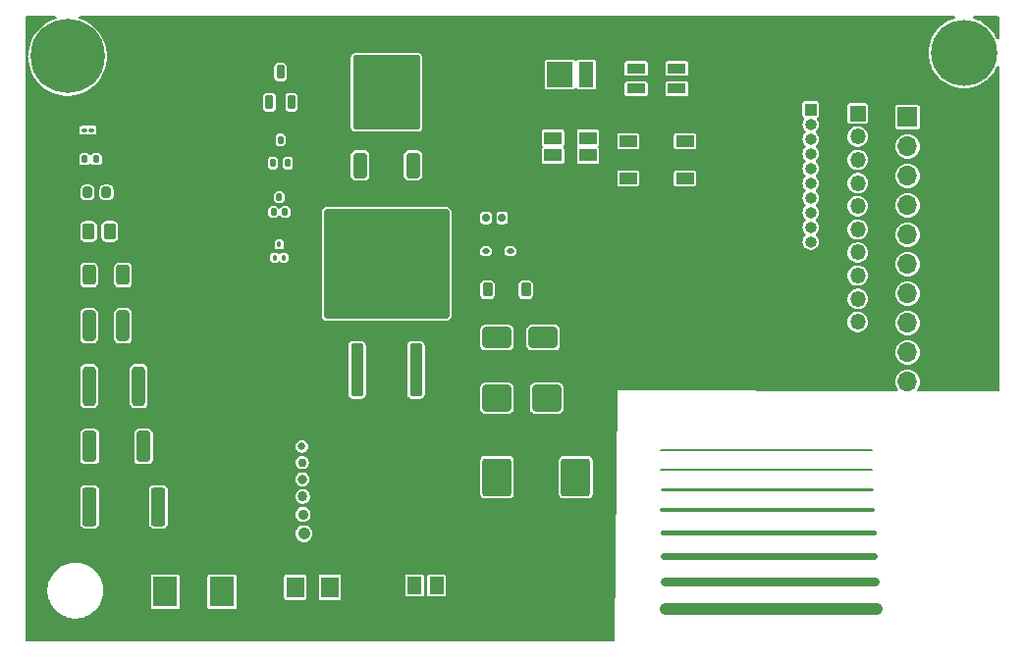
<source format=gbr>
%TF.GenerationSoftware,KiCad,Pcbnew,8.0.0*%
%TF.CreationDate,2024-04-12T00:00:07-04:00*%
%TF.ProjectId,Business card PCB,42757369-6e65-4737-9320-636172642050,rev?*%
%TF.SameCoordinates,Original*%
%TF.FileFunction,Copper,L1,Top*%
%TF.FilePolarity,Positive*%
%FSLAX46Y46*%
G04 Gerber Fmt 4.6, Leading zero omitted, Abs format (unit mm)*
G04 Created by KiCad (PCBNEW 8.0.0) date 2024-04-12 00:00:07*
%MOMM*%
%LPD*%
G01*
G04 APERTURE LIST*
G04 Aperture macros list*
%AMRoundRect*
0 Rectangle with rounded corners*
0 $1 Rounding radius*
0 $2 $3 $4 $5 $6 $7 $8 $9 X,Y pos of 4 corners*
0 Add a 4 corners polygon primitive as box body*
4,1,4,$2,$3,$4,$5,$6,$7,$8,$9,$2,$3,0*
0 Add four circle primitives for the rounded corners*
1,1,$1+$1,$2,$3*
1,1,$1+$1,$4,$5*
1,1,$1+$1,$6,$7*
1,1,$1+$1,$8,$9*
0 Add four rect primitives between the rounded corners*
20,1,$1+$1,$2,$3,$4,$5,0*
20,1,$1+$1,$4,$5,$6,$7,0*
20,1,$1+$1,$6,$7,$8,$9,0*
20,1,$1+$1,$8,$9,$2,$3,0*%
G04 Aperture macros list end*
%TA.AperFunction,SMDPad,CuDef*%
%ADD10R,1.200000X1.500000*%
%TD*%
%TA.AperFunction,SMDPad,CuDef*%
%ADD11R,1.500000X1.800000*%
%TD*%
%TA.AperFunction,SMDPad,CuDef*%
%ADD12R,2.100000X2.600000*%
%TD*%
%TA.AperFunction,ComponentPad*%
%ADD13C,5.700000*%
%TD*%
%TA.AperFunction,ComponentPad*%
%ADD14C,0.800000*%
%TD*%
%TA.AperFunction,ComponentPad*%
%ADD15C,6.400000*%
%TD*%
%TA.AperFunction,SMDPad,CuDef*%
%ADD16RoundRect,0.250000X-0.362500X-1.425000X0.362500X-1.425000X0.362500X1.425000X-0.362500X1.425000X0*%
%TD*%
%TA.AperFunction,SMDPad,CuDef*%
%ADD17RoundRect,0.250000X-0.362500X-1.075000X0.362500X-1.075000X0.362500X1.075000X-0.362500X1.075000X0*%
%TD*%
%TA.AperFunction,SMDPad,CuDef*%
%ADD18RoundRect,0.250000X-0.312500X-1.450000X0.312500X-1.450000X0.312500X1.450000X-0.312500X1.450000X0*%
%TD*%
%TA.AperFunction,SMDPad,CuDef*%
%ADD19RoundRect,0.250000X-0.312500X-1.075000X0.312500X-1.075000X0.312500X1.075000X-0.312500X1.075000X0*%
%TD*%
%TA.AperFunction,SMDPad,CuDef*%
%ADD20RoundRect,0.250000X0.312500X0.625000X-0.312500X0.625000X-0.312500X-0.625000X0.312500X-0.625000X0*%
%TD*%
%TA.AperFunction,SMDPad,CuDef*%
%ADD21RoundRect,0.250000X0.262500X0.450000X-0.262500X0.450000X-0.262500X-0.450000X0.262500X-0.450000X0*%
%TD*%
%TA.AperFunction,SMDPad,CuDef*%
%ADD22RoundRect,0.200000X0.200000X0.275000X-0.200000X0.275000X-0.200000X-0.275000X0.200000X-0.275000X0*%
%TD*%
%TA.AperFunction,SMDPad,CuDef*%
%ADD23RoundRect,0.135000X-0.135000X-0.185000X0.135000X-0.185000X0.135000X0.185000X-0.135000X0.185000X0*%
%TD*%
%TA.AperFunction,SMDPad,CuDef*%
%ADD24RoundRect,0.100000X-0.130000X-0.100000X0.130000X-0.100000X0.130000X0.100000X-0.130000X0.100000X0*%
%TD*%
%TA.AperFunction,SMDPad,CuDef*%
%ADD25RoundRect,0.125000X0.125000X-0.175000X0.125000X0.175000X-0.125000X0.175000X-0.125000X-0.175000X0*%
%TD*%
%TA.AperFunction,SMDPad,CuDef*%
%ADD26RoundRect,0.250000X0.300000X-2.050000X0.300000X2.050000X-0.300000X2.050000X-0.300000X-2.050000X0*%
%TD*%
%TA.AperFunction,SMDPad,CuDef*%
%ADD27RoundRect,0.250000X2.375000X-2.025000X2.375000X2.025000X-2.375000X2.025000X-2.375000X-2.025000X0*%
%TD*%
%TA.AperFunction,SMDPad,CuDef*%
%ADD28RoundRect,0.250002X5.149998X-4.449998X5.149998X4.449998X-5.149998X4.449998X-5.149998X-4.449998X0*%
%TD*%
%TA.AperFunction,SMDPad,CuDef*%
%ADD29RoundRect,0.250000X0.350000X-0.850000X0.350000X0.850000X-0.350000X0.850000X-0.350000X-0.850000X0*%
%TD*%
%TA.AperFunction,SMDPad,CuDef*%
%ADD30RoundRect,0.250000X1.125000X-1.275000X1.125000X1.275000X-1.125000X1.275000X-1.125000X-1.275000X0*%
%TD*%
%TA.AperFunction,SMDPad,CuDef*%
%ADD31RoundRect,0.249997X2.650003X-2.950003X2.650003X2.950003X-2.650003X2.950003X-2.650003X-2.950003X0*%
%TD*%
%TA.AperFunction,SMDPad,CuDef*%
%ADD32RoundRect,0.100000X0.100000X-0.125000X0.100000X0.125000X-0.100000X0.125000X-0.100000X-0.125000X0*%
%TD*%
%TA.AperFunction,SMDPad,CuDef*%
%ADD33RoundRect,0.112500X-0.112500X-0.237500X0.112500X-0.237500X0.112500X0.237500X-0.112500X0.237500X0*%
%TD*%
%TA.AperFunction,SMDPad,CuDef*%
%ADD34RoundRect,0.162500X0.162500X-0.447500X0.162500X0.447500X-0.162500X0.447500X-0.162500X-0.447500X0*%
%TD*%
%TA.AperFunction,ComponentPad*%
%ADD35O,1.350000X1.350000*%
%TD*%
%TA.AperFunction,ComponentPad*%
%ADD36R,1.350000X1.350000*%
%TD*%
%TA.AperFunction,ComponentPad*%
%ADD37O,1.000000X1.000000*%
%TD*%
%TA.AperFunction,ComponentPad*%
%ADD38R,1.000000X1.000000*%
%TD*%
%TA.AperFunction,ComponentPad*%
%ADD39O,1.700000X1.700000*%
%TD*%
%TA.AperFunction,ComponentPad*%
%ADD40R,1.700000X1.700000*%
%TD*%
%TA.AperFunction,SMDPad,CuDef*%
%ADD41R,1.500000X1.000000*%
%TD*%
%TA.AperFunction,SMDPad,CuDef*%
%ADD42R,1.600000X0.850000*%
%TD*%
%TA.AperFunction,SMDPad,CuDef*%
%ADD43R,1.500000X1.100000*%
%TD*%
%TA.AperFunction,SMDPad,CuDef*%
%ADD44R,2.200000X2.200000*%
%TD*%
%TA.AperFunction,SMDPad,CuDef*%
%ADD45R,1.250000X2.200000*%
%TD*%
%TA.AperFunction,SMDPad,CuDef*%
%ADD46RoundRect,0.225000X-0.225000X-0.375000X0.225000X-0.375000X0.225000X0.375000X-0.225000X0.375000X0*%
%TD*%
%TA.AperFunction,SMDPad,CuDef*%
%ADD47RoundRect,0.150000X0.150000X0.200000X-0.150000X0.200000X-0.150000X-0.200000X0.150000X-0.200000X0*%
%TD*%
%TA.AperFunction,SMDPad,CuDef*%
%ADD48RoundRect,0.112500X-0.187500X-0.112500X0.187500X-0.112500X0.187500X0.112500X-0.187500X0.112500X0*%
%TD*%
%TA.AperFunction,SMDPad,CuDef*%
%ADD49RoundRect,0.250000X1.000000X-1.400000X1.000000X1.400000X-1.000000X1.400000X-1.000000X-1.400000X0*%
%TD*%
%TA.AperFunction,SMDPad,CuDef*%
%ADD50RoundRect,0.250000X-1.000000X-0.900000X1.000000X-0.900000X1.000000X0.900000X-1.000000X0.900000X0*%
%TD*%
%TA.AperFunction,SMDPad,CuDef*%
%ADD51RoundRect,0.250000X-1.000000X-0.650000X1.000000X-0.650000X1.000000X0.650000X-1.000000X0.650000X0*%
%TD*%
%TA.AperFunction,ViaPad*%
%ADD52C,1.062000*%
%TD*%
%TA.AperFunction,ViaPad*%
%ADD53C,0.909600*%
%TD*%
%TA.AperFunction,ViaPad*%
%ADD54C,0.858800*%
%TD*%
%TA.AperFunction,ViaPad*%
%ADD55C,0.808000*%
%TD*%
%TA.AperFunction,ViaPad*%
%ADD56C,0.757200*%
%TD*%
%TA.AperFunction,ViaPad*%
%ADD57C,0.681000*%
%TD*%
%TA.AperFunction,Conductor*%
%ADD58C,1.016000*%
%TD*%
%TA.AperFunction,Conductor*%
%ADD59C,0.762000*%
%TD*%
%TA.AperFunction,Conductor*%
%ADD60C,0.609600*%
%TD*%
%TA.AperFunction,Conductor*%
%ADD61C,0.457200*%
%TD*%
%TA.AperFunction,Conductor*%
%ADD62C,0.304800*%
%TD*%
%TA.AperFunction,Conductor*%
%ADD63C,0.254000*%
%TD*%
%TA.AperFunction,Conductor*%
%ADD64C,0.203200*%
%TD*%
%TA.AperFunction,Conductor*%
%ADD65C,0.152400*%
%TD*%
G04 APERTURE END LIST*
D10*
%TO.P,MicroMELF,2*%
%TO.N,N/C*%
X146450000Y-105200000D03*
%TO.P,MicroMELF,1*%
X144550000Y-105200000D03*
%TD*%
D11*
%TO.P,MiniMELF,2*%
%TO.N,N/C*%
X137250000Y-105350000D03*
%TO.P,MiniMELF,1*%
X134250000Y-105350000D03*
%TD*%
D12*
%TO.P,MELF,2*%
%TO.N,N/C*%
X127950000Y-105750000D03*
%TO.P,MELF,1*%
X123050000Y-105750000D03*
%TD*%
D13*
%TO.P,M3,1*%
%TO.N,N/C*%
X191940000Y-59220000D03*
%TD*%
D14*
%TO.P,M3,1*%
%TO.N,N/C*%
X117030000Y-59520000D03*
X116327056Y-61217056D03*
X116327056Y-57822944D03*
X114630000Y-61920000D03*
D15*
X114630000Y-59520000D03*
D14*
X114630000Y-57120000D03*
X112932944Y-61217056D03*
X112932944Y-57822944D03*
X112230000Y-59520000D03*
%TD*%
D16*
%TO.P,2512,1*%
%TO.N,unconnected-(R9-Pad1)*%
X116535000Y-98405000D03*
%TO.P,2512,2*%
%TO.N,unconnected-(R9-Pad2)*%
X122460000Y-98405000D03*
%TD*%
D17*
%TO.P,2010,1*%
%TO.N,unconnected-(R8-Pad1)*%
X116545000Y-93220000D03*
%TO.P,2010,2*%
%TO.N,unconnected-(R8-Pad2)*%
X121170000Y-93220000D03*
%TD*%
D18*
%TO.P,1812,1*%
%TO.N,unconnected-(R7-Pad1)*%
X116490000Y-88005000D03*
%TO.P,1812,2*%
%TO.N,unconnected-(R7-Pad2)*%
X120765000Y-88005000D03*
%TD*%
D19*
%TO.P,1210,1*%
%TO.N,unconnected-(R6-Pad1)*%
X116495000Y-82790000D03*
%TO.P,1210,2*%
%TO.N,unconnected-(R6-Pad2)*%
X119420000Y-82790000D03*
%TD*%
D20*
%TO.P,1206,1*%
%TO.N,unconnected-(R5-Pad1)*%
X119420000Y-78405000D03*
%TO.P,1206,2*%
%TO.N,unconnected-(R5-Pad2)*%
X116495000Y-78405000D03*
%TD*%
D21*
%TO.P,0805,1*%
%TO.N,unconnected-(R4-Pad1)*%
X118270000Y-74650000D03*
%TO.P,0805,2*%
%TO.N,unconnected-(R4-Pad2)*%
X116445000Y-74650000D03*
%TD*%
D22*
%TO.P,0603,1*%
%TO.N,unconnected-(R3-Pad1)*%
X117982500Y-71285000D03*
%TO.P,0603,2*%
%TO.N,unconnected-(R3-Pad2)*%
X116332500Y-71285000D03*
%TD*%
D23*
%TO.P,0402,1*%
%TO.N,unconnected-(R2-Pad1)*%
X116097500Y-68400000D03*
%TO.P,0402,2*%
%TO.N,unconnected-(R2-Pad2)*%
X117117500Y-68400000D03*
%TD*%
D24*
%TO.P,0201,2*%
%TO.N,unconnected-(R1-Pad2)*%
X116697500Y-65895000D03*
%TO.P,0201,1*%
%TO.N,unconnected-(R1-Pad1)*%
X116057500Y-65895000D03*
%TD*%
D25*
%TO.P,SOT416,3,C*%
%TO.N,unconnected-(Q6-C-Pad3)*%
X132880000Y-71665832D03*
%TO.P,SOT416,2,B*%
%TO.N,unconnected-(Q6-B-Pad2)*%
X133380000Y-72965832D03*
%TO.P,SOT416,1,E*%
%TO.N,unconnected-(Q6-E-Pad1)*%
X132380000Y-72965832D03*
%TD*%
D26*
%TO.P,D2PAK,1,E*%
%TO.N,unconnected-(Q5-E-Pad1)*%
X139600000Y-86590000D03*
D27*
%TO.P,D2PAK,2,B*%
%TO.N,unconnected-(Q5-B-Pad2)_2*%
X139365000Y-79865000D03*
%TO.N,unconnected-(Q5-B-Pad2)_3*%
X144915000Y-79865000D03*
D28*
%TO.N,unconnected-(Q5-B-Pad2)_0*%
X142140000Y-77440000D03*
D27*
%TO.N,unconnected-(Q5-B-Pad2)*%
X139365000Y-75015000D03*
%TO.N,unconnected-(Q5-B-Pad2)_1*%
X144915000Y-75015000D03*
D26*
%TO.P,D2PAK,3,C*%
%TO.N,unconnected-(Q5-C-Pad3)*%
X144680000Y-86590000D03*
%TD*%
D29*
%TO.P,DPAK,1,E*%
%TO.N,unconnected-(Q4-E-Pad1)*%
X139862500Y-68927500D03*
D30*
%TO.P,DPAK,2,B*%
%TO.N,unconnected-(Q4-B-Pad2)*%
X140617500Y-64302500D03*
X143667500Y-64302500D03*
D31*
X142142500Y-62627500D03*
D30*
X140617500Y-60952500D03*
X143667500Y-60952500D03*
D29*
%TO.P,DPAK,3,C*%
%TO.N,unconnected-(Q4-C-Pad3)*%
X144422500Y-68927500D03*
%TD*%
D32*
%TO.P,SOT723,3,C*%
%TO.N,unconnected-(Q3-C-Pad3)*%
X132880000Y-75750000D03*
%TO.P,SOT723,2,B*%
%TO.N,unconnected-(Q3-B-Pad2)*%
X133280000Y-76900000D03*
%TO.P,SOT723,1,E*%
%TO.N,unconnected-(Q3-E-Pad1)*%
X132480000Y-76900000D03*
%TD*%
D33*
%TO.P,SOT323,3,C*%
%TO.N,unconnected-(Q2-C-Pad3)*%
X132982500Y-66731666D03*
%TO.P,SOT323,2,B*%
%TO.N,unconnected-(Q2-B-Pad2)*%
X133632500Y-68731666D03*
%TO.P,SOT323,1,E*%
%TO.N,unconnected-(Q2-E-Pad1)*%
X132332500Y-68731666D03*
%TD*%
D34*
%TO.P,SOT23,3,C*%
%TO.N,unconnected-(Q1-C-Pad3)*%
X132987500Y-60867500D03*
%TO.P,SOT23,2,B*%
%TO.N,unconnected-(Q1-B-Pad2)*%
X133937500Y-63487500D03*
%TO.P,SOT23,1,E*%
%TO.N,unconnected-(Q1-E-Pad1)*%
X132037500Y-63487500D03*
%TD*%
D35*
%TO.P,2.00mm,10,Pin_10*%
%TO.N,unconnected-(J3-Pin_10-Pad10)*%
X182765000Y-82460000D03*
%TO.P,2.00mm,9,Pin_9*%
%TO.N,unconnected-(J3-Pin_9-Pad9)*%
X182765000Y-80460000D03*
%TO.P,2.00mm,8,Pin_8*%
%TO.N,unconnected-(J3-Pin_8-Pad8)*%
X182765000Y-78460000D03*
%TO.P,2.00mm,7,Pin_7*%
%TO.N,unconnected-(J3-Pin_7-Pad7)*%
X182765000Y-76460000D03*
%TO.P,2.00mm,6,Pin_6*%
%TO.N,unconnected-(J3-Pin_6-Pad6)*%
X182765000Y-74460000D03*
%TO.P,2.00mm,5,Pin_5*%
%TO.N,unconnected-(J3-Pin_5-Pad5)*%
X182765000Y-72460000D03*
%TO.P,2.00mm,4,Pin_4*%
%TO.N,unconnected-(J3-Pin_4-Pad4)*%
X182765000Y-70460000D03*
%TO.P,2.00mm,3,Pin_3*%
%TO.N,unconnected-(J3-Pin_3-Pad3)*%
X182765000Y-68460000D03*
%TO.P,2.00mm,2,Pin_2*%
%TO.N,unconnected-(J3-Pin_2-Pad2)*%
X182765000Y-66460000D03*
D36*
%TO.P,2.00mm,1,Pin_1*%
%TO.N,unconnected-(J3-Pin_1-Pad1)*%
X182765000Y-64460000D03*
%TD*%
D37*
%TO.P,1.27mm,10,Pin_10*%
%TO.N,unconnected-(J2-Pin_10-Pad10)*%
X178710000Y-75540000D03*
%TO.P,1.27mm,9,Pin_9*%
%TO.N,unconnected-(J2-Pin_9-Pad9)*%
X178710000Y-74270000D03*
%TO.P,1.27mm,8,Pin_8*%
%TO.N,unconnected-(J2-Pin_8-Pad8)*%
X178710000Y-73000000D03*
%TO.P,1.27mm,7,Pin_7*%
%TO.N,unconnected-(J2-Pin_7-Pad7)*%
X178710000Y-71730000D03*
%TO.P,1.27mm,6,Pin_6*%
%TO.N,unconnected-(J2-Pin_6-Pad6)*%
X178710000Y-70460000D03*
%TO.P,1.27mm,5,Pin_5*%
%TO.N,unconnected-(J2-Pin_5-Pad5)*%
X178710000Y-69190000D03*
%TO.P,1.27mm,4,Pin_4*%
%TO.N,unconnected-(J2-Pin_4-Pad4)*%
X178710000Y-67920000D03*
%TO.P,1.27mm,3,Pin_3*%
%TO.N,unconnected-(J2-Pin_3-Pad3)*%
X178710000Y-66650000D03*
%TO.P,1.27mm,2,Pin_2*%
%TO.N,unconnected-(J2-Pin_2-Pad2)*%
X178710000Y-65380000D03*
D38*
%TO.P,1.27mm,1,Pin_1*%
%TO.N,unconnected-(J2-Pin_1-Pad1)*%
X178710000Y-64110000D03*
%TD*%
D39*
%TO.P,2.54mm,10,Pin_10*%
%TO.N,unconnected-(J1-Pin_10-Pad10)*%
X187070000Y-87620000D03*
%TO.P,2.54mm,9,Pin_9*%
%TO.N,unconnected-(J1-Pin_9-Pad9)*%
X187070000Y-85080000D03*
%TO.P,2.54mm,8,Pin_8*%
%TO.N,unconnected-(J1-Pin_8-Pad8)*%
X187070000Y-82540000D03*
%TO.P,2.54mm,7,Pin_7*%
%TO.N,unconnected-(J1-Pin_7-Pad7)*%
X187070000Y-80000000D03*
%TO.P,2.54mm,6,Pin_6*%
%TO.N,unconnected-(J1-Pin_6-Pad6)*%
X187070000Y-77460000D03*
%TO.P,2.54mm,5,Pin_5*%
%TO.N,unconnected-(J1-Pin_5-Pad5)*%
X187070000Y-74920000D03*
%TO.P,2.54mm,4,Pin_4*%
%TO.N,unconnected-(J1-Pin_4-Pad4)*%
X187070000Y-72380000D03*
%TO.P,2.54mm,3,Pin_3*%
%TO.N,unconnected-(J1-Pin_3-Pad3)*%
X187070000Y-69840000D03*
%TO.P,2.54mm,2,Pin_2*%
%TO.N,unconnected-(J1-Pin_2-Pad2)*%
X187070000Y-67300000D03*
D40*
%TO.P,2.54mm,1,Pin_1*%
%TO.N,unconnected-(J1-Pin_1-Pad1)*%
X187070000Y-64760000D03*
%TD*%
D41*
%TO.P,5050,1,K*%
%TO.N,unconnected-(D10-K-Pad1)*%
X167870000Y-70050000D03*
%TO.P,5050,2,A*%
%TO.N,unconnected-(D10-A-Pad2)*%
X167870000Y-66850000D03*
%TO.P,5050,3*%
%TO.N,N/C*%
X162970000Y-66850000D03*
%TO.P,5050,4*%
X162970000Y-70050000D03*
%TD*%
D42*
%TO.P,3535,1,K*%
%TO.N,unconnected-(D9-K-Pad1)*%
X163670000Y-60570000D03*
%TO.P,3535,2,A*%
%TO.N,unconnected-(D9-A-Pad2)*%
X163670000Y-62320000D03*
%TO.P,3535,3*%
%TO.N,N/C*%
X167170000Y-62320000D03*
%TO.P,3535,4*%
X167170000Y-60570000D03*
%TD*%
D43*
%TO.P,3228,1,K*%
%TO.N,unconnected-(D8-K-Pad1)*%
X156497522Y-66565000D03*
%TO.P,3228,2,A*%
%TO.N,unconnected-(D8-A-Pad2)*%
X159497522Y-66565000D03*
%TO.P,3228,3*%
%TO.N,N/C*%
X159497522Y-68065000D03*
%TO.P,3228,4*%
X156497522Y-68065000D03*
%TD*%
D44*
%TO.P,2835,1,K*%
%TO.N,unconnected-(D7-K-Pad1)*%
X157080000Y-61095000D03*
D45*
%TO.P,2835,2,A*%
%TO.N,unconnected-(D7-A-Pad2)*%
X159355000Y-61095000D03*
%TD*%
D46*
%TO.P,SOD-123,2,A*%
%TO.N,unconnected-(D6-A-Pad2)*%
X154150000Y-79670000D03*
%TO.P,SOD-123,1,K*%
%TO.N,unconnected-(D6-K-Pad1)*%
X150850000Y-79670000D03*
%TD*%
D47*
%TO.P,SOD-523,2,A*%
%TO.N,unconnected-(D5-A-Pad2)*%
X152100000Y-73460000D03*
%TO.P,SOD-523,1,K*%
%TO.N,unconnected-(D5-K-Pad1)*%
X150700000Y-73460000D03*
%TD*%
D48*
%TO.P,SOD-323,2,A*%
%TO.N,unconnected-(D4-A-Pad2)*%
X152800000Y-76340000D03*
%TO.P,SOD-323,1,K*%
%TO.N,unconnected-(D4-K-Pad1)*%
X150700000Y-76340000D03*
%TD*%
D49*
%TO.P,SMC,1,K*%
%TO.N,unconnected-(D3-K-Pad1)*%
X151650000Y-95860000D03*
%TO.P,SMC,2,A*%
%TO.N,unconnected-(D3-A-Pad2)*%
X158450000Y-95860000D03*
%TD*%
D50*
%TO.P,SMB,1,K*%
%TO.N,unconnected-(D2-K-Pad1)*%
X151650000Y-89030000D03*
%TO.P,SMB,2,A*%
%TO.N,unconnected-(D2-A-Pad2)*%
X155950000Y-89030000D03*
%TD*%
D51*
%TO.P,SMA,1,K*%
%TO.N,unconnected-(D1-K-Pad1)*%
X151650000Y-83800000D03*
%TO.P,SMA,2,A*%
%TO.N,unconnected-(D1-A-Pad2)*%
X155650000Y-83800000D03*
%TD*%
D52*
%TO.N,*%
X135010000Y-100740000D03*
D53*
X134933800Y-99087220D03*
D54*
X134908400Y-97536040D03*
D55*
X134883000Y-96035660D03*
D56*
X134857600Y-94586080D03*
D57*
X134819500Y-93200000D03*
%TD*%
D58*
%TO.N,*%
X166206000Y-107230744D02*
X184396000Y-107230744D01*
D59*
X166079000Y-104835312D02*
X184269000Y-104835312D01*
D60*
X166002800Y-102643084D02*
X184192800Y-102643084D01*
D61*
X165926600Y-100603256D02*
X184116600Y-100603256D01*
D62*
X165850400Y-98715828D02*
X184040400Y-98715828D01*
D63*
X165825000Y-96930000D02*
X184015000Y-96930000D01*
D64*
X165799600Y-95194972D02*
X183989600Y-95194972D01*
D65*
X165774200Y-93510744D02*
X183964200Y-93510744D01*
%TD*%
%TA.AperFunction,NonConductor*%
G36*
X194922539Y-56060185D02*
G01*
X194968294Y-56112989D01*
X194979500Y-56164500D01*
X194979500Y-57963270D01*
X194959815Y-58030309D01*
X194907011Y-58076064D01*
X194837853Y-58086008D01*
X194774297Y-58056983D01*
X194740939Y-58010723D01*
X194692736Y-57894353D01*
X194692736Y-57894352D01*
X194527002Y-57594479D01*
X194328735Y-57315047D01*
X194328734Y-57315046D01*
X194328730Y-57315040D01*
X194100429Y-57059573D01*
X194100426Y-57059570D01*
X193844959Y-56831269D01*
X193565521Y-56632998D01*
X193265646Y-56467263D01*
X193200087Y-56440108D01*
X192949104Y-56336147D01*
X192766896Y-56283653D01*
X192707927Y-56246180D01*
X192678579Y-56182773D01*
X192688169Y-56113564D01*
X192733654Y-56060528D01*
X192800593Y-56040502D01*
X192801225Y-56040500D01*
X194855500Y-56040500D01*
X194922539Y-56060185D01*
G37*
%TD.AperFunction*%
%TA.AperFunction,NonConductor*%
G36*
X113617653Y-56060185D02*
G01*
X113663408Y-56112989D01*
X113673352Y-56182147D01*
X113644327Y-56245703D01*
X113590208Y-56282008D01*
X113369497Y-56356375D01*
X113369494Y-56356376D01*
X113369486Y-56356379D01*
X113034846Y-56511200D01*
X113034842Y-56511202D01*
X112832416Y-56632998D01*
X112718881Y-56701310D01*
X112618410Y-56777685D01*
X112425330Y-56924461D01*
X112425330Y-56924462D01*
X112157626Y-57178044D01*
X111918909Y-57459083D01*
X111711979Y-57764282D01*
X111711973Y-57764291D01*
X111539261Y-58090061D01*
X111539255Y-58090073D01*
X111402770Y-58432628D01*
X111402768Y-58432634D01*
X111304128Y-58787905D01*
X111304122Y-58787931D01*
X111244470Y-59151786D01*
X111244469Y-59151803D01*
X111228318Y-59449689D01*
X111205033Y-59515565D01*
X111197389Y-59521494D01*
X111223477Y-59562088D01*
X111228318Y-59590310D01*
X111228453Y-59592798D01*
X111240019Y-59806132D01*
X111244469Y-59888196D01*
X111244470Y-59888213D01*
X111304122Y-60252068D01*
X111304128Y-60252094D01*
X111402768Y-60607365D01*
X111402770Y-60607371D01*
X111539255Y-60949926D01*
X111539261Y-60949938D01*
X111711973Y-61275708D01*
X111711976Y-61275713D01*
X111711978Y-61275716D01*
X111761971Y-61349450D01*
X111918909Y-61580916D01*
X112119246Y-61816770D01*
X112157627Y-61861956D01*
X112425330Y-62115538D01*
X112718881Y-62338690D01*
X113034838Y-62528795D01*
X113034840Y-62528796D01*
X113034842Y-62528797D01*
X113034846Y-62528799D01*
X113355177Y-62677000D01*
X113369497Y-62683625D01*
X113718934Y-62801364D01*
X114079052Y-62880632D01*
X114445630Y-62920500D01*
X114445636Y-62920500D01*
X114814364Y-62920500D01*
X114814370Y-62920500D01*
X115180948Y-62880632D01*
X115541066Y-62801364D01*
X115890503Y-62683625D01*
X116225162Y-62528795D01*
X116541119Y-62338690D01*
X116834670Y-62115538D01*
X117102373Y-61861956D01*
X117341090Y-61580917D01*
X117498029Y-61349450D01*
X132462000Y-61349450D01*
X132472279Y-61420006D01*
X132525489Y-61528849D01*
X132611151Y-61614511D01*
X132719988Y-61667719D01*
X132719989Y-61667719D01*
X132719991Y-61667720D01*
X132790551Y-61678000D01*
X133184448Y-61677999D01*
X133184450Y-61677999D01*
X133212672Y-61673887D01*
X133255009Y-61667720D01*
X133363847Y-61614512D01*
X133449512Y-61528847D01*
X133502720Y-61420009D01*
X133513000Y-61349449D01*
X133512999Y-60385552D01*
X133511443Y-60374873D01*
X133502720Y-60314993D01*
X133502720Y-60314991D01*
X133449512Y-60206153D01*
X133449510Y-60206151D01*
X133449510Y-60206150D01*
X133363848Y-60120488D01*
X133255011Y-60067280D01*
X133237369Y-60064710D01*
X133184449Y-60057000D01*
X133184443Y-60057000D01*
X132790549Y-60057000D01*
X132719993Y-60067279D01*
X132611150Y-60120489D01*
X132525488Y-60206151D01*
X132472280Y-60314988D01*
X132468425Y-60341451D01*
X132462000Y-60385551D01*
X132462000Y-60385555D01*
X132462000Y-60385556D01*
X132462000Y-61349450D01*
X117498029Y-61349450D01*
X117548022Y-61275716D01*
X117720743Y-60949930D01*
X117857227Y-60607379D01*
X117955875Y-60252081D01*
X117986172Y-60067279D01*
X118015529Y-59888213D01*
X118015529Y-59888210D01*
X118015531Y-59888199D01*
X118035494Y-59520000D01*
X118015531Y-59151801D01*
X117980566Y-58938528D01*
X117955877Y-58787931D01*
X117955876Y-58787930D01*
X117955875Y-58787919D01*
X117857227Y-58432621D01*
X117720743Y-58090070D01*
X117548022Y-57764284D01*
X117341090Y-57459083D01*
X117102373Y-57178044D01*
X116834670Y-56924462D01*
X116541119Y-56701310D01*
X116225162Y-56511205D01*
X116225161Y-56511204D01*
X116225157Y-56511202D01*
X116225153Y-56511200D01*
X115890513Y-56356379D01*
X115890508Y-56356377D01*
X115890503Y-56356375D01*
X115669791Y-56282008D01*
X115612548Y-56241949D01*
X115586048Y-56177299D01*
X115598708Y-56108586D01*
X115646507Y-56057625D01*
X115709386Y-56040500D01*
X191078775Y-56040500D01*
X191145814Y-56060185D01*
X191191569Y-56112989D01*
X191201513Y-56182147D01*
X191172488Y-56245703D01*
X191113710Y-56283477D01*
X191113134Y-56283644D01*
X190930896Y-56336147D01*
X190882052Y-56356379D01*
X190614353Y-56467263D01*
X190314478Y-56632998D01*
X190035040Y-56831269D01*
X189779573Y-57059570D01*
X189779570Y-57059573D01*
X189551269Y-57315040D01*
X189352998Y-57594478D01*
X189187263Y-57894353D01*
X189056146Y-58210899D01*
X188961297Y-58540124D01*
X188961295Y-58540133D01*
X188903905Y-58877906D01*
X188903903Y-58877918D01*
X188884693Y-59220000D01*
X188903903Y-59562081D01*
X188903904Y-59562088D01*
X188961295Y-59899866D01*
X188961297Y-59899875D01*
X189006565Y-60057001D01*
X189056147Y-60229104D01*
X189107387Y-60352808D01*
X189187263Y-60545646D01*
X189352998Y-60845521D01*
X189551269Y-61124959D01*
X189779570Y-61380426D01*
X189779573Y-61380429D01*
X190035040Y-61608730D01*
X190035046Y-61608734D01*
X190035047Y-61608735D01*
X190314479Y-61807002D01*
X190614352Y-61972736D01*
X190930896Y-62103853D01*
X191260130Y-62198704D01*
X191597914Y-62256096D01*
X191940000Y-62275307D01*
X192282086Y-62256096D01*
X192619870Y-62198704D01*
X192949104Y-62103853D01*
X193265648Y-61972736D01*
X193565521Y-61807002D01*
X193844953Y-61608735D01*
X193876082Y-61580917D01*
X193934347Y-61528847D01*
X194100428Y-61380428D01*
X194328735Y-61124953D01*
X194527002Y-60845521D01*
X194692736Y-60545648D01*
X194740939Y-60429276D01*
X194784780Y-60374873D01*
X194851074Y-60352808D01*
X194918773Y-60370087D01*
X194966384Y-60421224D01*
X194979500Y-60476729D01*
X194979500Y-88320884D01*
X194959815Y-88387923D01*
X194907011Y-88433678D01*
X194855142Y-88444883D01*
X188030013Y-88425158D01*
X187963030Y-88405280D01*
X187917428Y-88352344D01*
X187907685Y-88283157D01*
X187934519Y-88222493D01*
X187936066Y-88220607D01*
X187947685Y-88206450D01*
X188045232Y-88023954D01*
X188105300Y-87825934D01*
X188125583Y-87620000D01*
X188105300Y-87414066D01*
X188045232Y-87216046D01*
X187947685Y-87033550D01*
X187895702Y-86970209D01*
X187816410Y-86873589D01*
X187656452Y-86742317D01*
X187656453Y-86742317D01*
X187656450Y-86742315D01*
X187473954Y-86644768D01*
X187275934Y-86584700D01*
X187275932Y-86584699D01*
X187275934Y-86584699D01*
X187070000Y-86564417D01*
X186864067Y-86584699D01*
X186666043Y-86644769D01*
X186555898Y-86703643D01*
X186483550Y-86742315D01*
X186483548Y-86742316D01*
X186483547Y-86742317D01*
X186323589Y-86873589D01*
X186192317Y-87033547D01*
X186094769Y-87216043D01*
X186034699Y-87414067D01*
X186014417Y-87620000D01*
X186034699Y-87825932D01*
X186034700Y-87825934D01*
X186094768Y-88023954D01*
X186192315Y-88206450D01*
X186195979Y-88210915D01*
X186200916Y-88216931D01*
X186228228Y-88281241D01*
X186216435Y-88350109D01*
X186169282Y-88401668D01*
X186104703Y-88419593D01*
X162025000Y-88349999D01*
X162024999Y-88350000D01*
X161833509Y-109916601D01*
X161813230Y-109983463D01*
X161760022Y-110028747D01*
X161709514Y-110039500D01*
X111104500Y-110039500D01*
X111037461Y-110019815D01*
X110991706Y-109967011D01*
X110980500Y-109915500D01*
X110980500Y-105784813D01*
X112899500Y-105784813D01*
X112929686Y-106052719D01*
X112929688Y-106052731D01*
X112989684Y-106315594D01*
X112989687Y-106315602D01*
X113078734Y-106570082D01*
X113195714Y-106812994D01*
X113195716Y-106812997D01*
X113339162Y-107041289D01*
X113507266Y-107252085D01*
X113697915Y-107442734D01*
X113908711Y-107610838D01*
X114137003Y-107754284D01*
X114379921Y-107871267D01*
X114571049Y-107938145D01*
X114634397Y-107960312D01*
X114634405Y-107960315D01*
X114634408Y-107960315D01*
X114634409Y-107960316D01*
X114897268Y-108020312D01*
X115165187Y-108050499D01*
X115165188Y-108050500D01*
X115165191Y-108050500D01*
X115434812Y-108050500D01*
X115434812Y-108050499D01*
X115702732Y-108020312D01*
X115965591Y-107960316D01*
X116220079Y-107871267D01*
X116462997Y-107754284D01*
X116691289Y-107610838D01*
X116902085Y-107442734D01*
X117092734Y-107252085D01*
X117238140Y-107069752D01*
X121799500Y-107069752D01*
X121811131Y-107128229D01*
X121811132Y-107128230D01*
X121855447Y-107194552D01*
X121921769Y-107238867D01*
X121921770Y-107238868D01*
X121980247Y-107250499D01*
X121980250Y-107250500D01*
X121980252Y-107250500D01*
X124119750Y-107250500D01*
X124119751Y-107250499D01*
X124134568Y-107247552D01*
X124178229Y-107238868D01*
X124178229Y-107238867D01*
X124178231Y-107238867D01*
X124244552Y-107194552D01*
X124288867Y-107128231D01*
X124288867Y-107128229D01*
X124288868Y-107128229D01*
X124300499Y-107069752D01*
X126699500Y-107069752D01*
X126711131Y-107128229D01*
X126711132Y-107128230D01*
X126755447Y-107194552D01*
X126821769Y-107238867D01*
X126821770Y-107238868D01*
X126880247Y-107250499D01*
X126880250Y-107250500D01*
X126880252Y-107250500D01*
X129019750Y-107250500D01*
X129019751Y-107250499D01*
X129034568Y-107247552D01*
X129078229Y-107238868D01*
X129078229Y-107238867D01*
X129078231Y-107238867D01*
X129144552Y-107194552D01*
X129188867Y-107128231D01*
X129188867Y-107128229D01*
X129188868Y-107128229D01*
X129200499Y-107069752D01*
X129200500Y-107069750D01*
X129200500Y-106269752D01*
X133299500Y-106269752D01*
X133311131Y-106328229D01*
X133311132Y-106328230D01*
X133355447Y-106394552D01*
X133421769Y-106438867D01*
X133421770Y-106438868D01*
X133480247Y-106450499D01*
X133480250Y-106450500D01*
X133480252Y-106450500D01*
X135019750Y-106450500D01*
X135019751Y-106450499D01*
X135034568Y-106447552D01*
X135078229Y-106438868D01*
X135078229Y-106438867D01*
X135078231Y-106438867D01*
X135144552Y-106394552D01*
X135188867Y-106328231D01*
X135188867Y-106328229D01*
X135188868Y-106328229D01*
X135200499Y-106269752D01*
X136299500Y-106269752D01*
X136311131Y-106328229D01*
X136311132Y-106328230D01*
X136355447Y-106394552D01*
X136421769Y-106438867D01*
X136421770Y-106438868D01*
X136480247Y-106450499D01*
X136480250Y-106450500D01*
X136480252Y-106450500D01*
X138019750Y-106450500D01*
X138019751Y-106450499D01*
X138034568Y-106447552D01*
X138078229Y-106438868D01*
X138078229Y-106438867D01*
X138078231Y-106438867D01*
X138144552Y-106394552D01*
X138188867Y-106328231D01*
X138188867Y-106328229D01*
X138188868Y-106328229D01*
X138200499Y-106269752D01*
X138200500Y-106269750D01*
X138200500Y-105969752D01*
X143749500Y-105969752D01*
X143761131Y-106028229D01*
X143761132Y-106028230D01*
X143805447Y-106094552D01*
X143871769Y-106138867D01*
X143871770Y-106138868D01*
X143930247Y-106150499D01*
X143930250Y-106150500D01*
X143930252Y-106150500D01*
X145169750Y-106150500D01*
X145169751Y-106150499D01*
X145184568Y-106147552D01*
X145228229Y-106138868D01*
X145228229Y-106138867D01*
X145228231Y-106138867D01*
X145294552Y-106094552D01*
X145338867Y-106028231D01*
X145338867Y-106028229D01*
X145338868Y-106028229D01*
X145350499Y-105969752D01*
X145649500Y-105969752D01*
X145661131Y-106028229D01*
X145661132Y-106028230D01*
X145705447Y-106094552D01*
X145771769Y-106138867D01*
X145771770Y-106138868D01*
X145830247Y-106150499D01*
X145830250Y-106150500D01*
X145830252Y-106150500D01*
X147069750Y-106150500D01*
X147069751Y-106150499D01*
X147084568Y-106147552D01*
X147128229Y-106138868D01*
X147128229Y-106138867D01*
X147128231Y-106138867D01*
X147194552Y-106094552D01*
X147238867Y-106028231D01*
X147238867Y-106028229D01*
X147238868Y-106028229D01*
X147250499Y-105969752D01*
X147250500Y-105969750D01*
X147250500Y-104430249D01*
X147250499Y-104430247D01*
X147238868Y-104371770D01*
X147238867Y-104371769D01*
X147194552Y-104305447D01*
X147128230Y-104261132D01*
X147128229Y-104261131D01*
X147069752Y-104249500D01*
X147069748Y-104249500D01*
X145830252Y-104249500D01*
X145830247Y-104249500D01*
X145771770Y-104261131D01*
X145771769Y-104261132D01*
X145705447Y-104305447D01*
X145661132Y-104371769D01*
X145661131Y-104371770D01*
X145649500Y-104430247D01*
X145649500Y-105969752D01*
X145350499Y-105969752D01*
X145350500Y-105969750D01*
X145350500Y-104430249D01*
X145350499Y-104430247D01*
X145338868Y-104371770D01*
X145338867Y-104371769D01*
X145294552Y-104305447D01*
X145228230Y-104261132D01*
X145228229Y-104261131D01*
X145169752Y-104249500D01*
X145169748Y-104249500D01*
X143930252Y-104249500D01*
X143930247Y-104249500D01*
X143871770Y-104261131D01*
X143871769Y-104261132D01*
X143805447Y-104305447D01*
X143761132Y-104371769D01*
X143761131Y-104371770D01*
X143749500Y-104430247D01*
X143749500Y-105969752D01*
X138200500Y-105969752D01*
X138200500Y-104430249D01*
X138200499Y-104430247D01*
X138188868Y-104371770D01*
X138188867Y-104371769D01*
X138144552Y-104305447D01*
X138078230Y-104261132D01*
X138078229Y-104261131D01*
X138019752Y-104249500D01*
X138019748Y-104249500D01*
X136480252Y-104249500D01*
X136480247Y-104249500D01*
X136421770Y-104261131D01*
X136421769Y-104261132D01*
X136355447Y-104305447D01*
X136311132Y-104371769D01*
X136311131Y-104371770D01*
X136299500Y-104430247D01*
X136299500Y-106269752D01*
X135200499Y-106269752D01*
X135200500Y-106269750D01*
X135200500Y-104430249D01*
X135200499Y-104430247D01*
X135188868Y-104371770D01*
X135188867Y-104371769D01*
X135144552Y-104305447D01*
X135078230Y-104261132D01*
X135078229Y-104261131D01*
X135019752Y-104249500D01*
X135019748Y-104249500D01*
X133480252Y-104249500D01*
X133480247Y-104249500D01*
X133421770Y-104261131D01*
X133421769Y-104261132D01*
X133355447Y-104305447D01*
X133311132Y-104371769D01*
X133311131Y-104371770D01*
X133299500Y-104430247D01*
X133299500Y-106269752D01*
X129200500Y-106269752D01*
X129200500Y-104430249D01*
X129200499Y-104430247D01*
X129188868Y-104371770D01*
X129188867Y-104371769D01*
X129144552Y-104305447D01*
X129078230Y-104261132D01*
X129078229Y-104261131D01*
X129019752Y-104249500D01*
X129019748Y-104249500D01*
X126880252Y-104249500D01*
X126880247Y-104249500D01*
X126821770Y-104261131D01*
X126821769Y-104261132D01*
X126755447Y-104305447D01*
X126711132Y-104371769D01*
X126711131Y-104371770D01*
X126699500Y-104430247D01*
X126699500Y-107069752D01*
X124300499Y-107069752D01*
X124300500Y-107069750D01*
X124300500Y-104430249D01*
X124300499Y-104430247D01*
X124288868Y-104371770D01*
X124288867Y-104371769D01*
X124244552Y-104305447D01*
X124178230Y-104261132D01*
X124178229Y-104261131D01*
X124119752Y-104249500D01*
X124119748Y-104249500D01*
X121980252Y-104249500D01*
X121980247Y-104249500D01*
X121921770Y-104261131D01*
X121921769Y-104261132D01*
X121855447Y-104305447D01*
X121811132Y-104371769D01*
X121811131Y-104371770D01*
X121799500Y-104430247D01*
X121799500Y-107069752D01*
X117238140Y-107069752D01*
X117260838Y-107041289D01*
X117404284Y-106812997D01*
X117521267Y-106570079D01*
X117610316Y-106315591D01*
X117670312Y-106052732D01*
X117700500Y-105784809D01*
X117700500Y-105515191D01*
X117670312Y-105247268D01*
X117610316Y-104984409D01*
X117521267Y-104729921D01*
X117404284Y-104487003D01*
X117260838Y-104258711D01*
X117092734Y-104047915D01*
X116902085Y-103857266D01*
X116691289Y-103689162D01*
X116462997Y-103545716D01*
X116462994Y-103545714D01*
X116220082Y-103428734D01*
X115965602Y-103339687D01*
X115965594Y-103339684D01*
X115768446Y-103294687D01*
X115702732Y-103279688D01*
X115702728Y-103279687D01*
X115702719Y-103279686D01*
X115434813Y-103249500D01*
X115434809Y-103249500D01*
X115165191Y-103249500D01*
X115165186Y-103249500D01*
X114897280Y-103279686D01*
X114897268Y-103279688D01*
X114634405Y-103339684D01*
X114634397Y-103339687D01*
X114379917Y-103428734D01*
X114137005Y-103545714D01*
X113908712Y-103689161D01*
X113697915Y-103857265D01*
X113507265Y-104047915D01*
X113339161Y-104258712D01*
X113195714Y-104487005D01*
X113078734Y-104729917D01*
X112989687Y-104984397D01*
X112989684Y-104984405D01*
X112929688Y-105247268D01*
X112929686Y-105247280D01*
X112899500Y-105515186D01*
X112899500Y-105784813D01*
X110980500Y-105784813D01*
X110980500Y-100740003D01*
X134273871Y-100740003D01*
X134292325Y-100903795D01*
X134292327Y-100903805D01*
X134337310Y-101032356D01*
X134346771Y-101059394D01*
X134434471Y-101198969D01*
X134551031Y-101315529D01*
X134690606Y-101403229D01*
X134846196Y-101457673D01*
X134846202Y-101457673D01*
X134846204Y-101457674D01*
X135009996Y-101476129D01*
X135010000Y-101476129D01*
X135010004Y-101476129D01*
X135173795Y-101457674D01*
X135173794Y-101457674D01*
X135173804Y-101457673D01*
X135329394Y-101403229D01*
X135468969Y-101315529D01*
X135585529Y-101198969D01*
X135673229Y-101059394D01*
X135727673Y-100903804D01*
X135746129Y-100740000D01*
X135727673Y-100576196D01*
X135673229Y-100420606D01*
X135585529Y-100281031D01*
X135468969Y-100164471D01*
X135329394Y-100076771D01*
X135329393Y-100076770D01*
X135329392Y-100076770D01*
X135173805Y-100022327D01*
X135173795Y-100022325D01*
X135010004Y-100003871D01*
X135009996Y-100003871D01*
X134846204Y-100022325D01*
X134846194Y-100022327D01*
X134690607Y-100076770D01*
X134551030Y-100164471D01*
X134434471Y-100281030D01*
X134346770Y-100420607D01*
X134292327Y-100576194D01*
X134292325Y-100576204D01*
X134273871Y-100739996D01*
X134273871Y-100740003D01*
X110980500Y-100740003D01*
X110980500Y-99884269D01*
X115722000Y-99884269D01*
X115724853Y-99914699D01*
X115724853Y-99914701D01*
X115769706Y-100042880D01*
X115769707Y-100042882D01*
X115850350Y-100152150D01*
X115959618Y-100232793D01*
X116002345Y-100247744D01*
X116087799Y-100277646D01*
X116118230Y-100280500D01*
X116118234Y-100280500D01*
X116951770Y-100280500D01*
X116982199Y-100277646D01*
X116982201Y-100277646D01*
X117046290Y-100255219D01*
X117110382Y-100232793D01*
X117219650Y-100152150D01*
X117300293Y-100042882D01*
X117322719Y-99978790D01*
X117345146Y-99914701D01*
X117345146Y-99914699D01*
X117348000Y-99884269D01*
X121647000Y-99884269D01*
X121649853Y-99914699D01*
X121649853Y-99914701D01*
X121694706Y-100042880D01*
X121694707Y-100042882D01*
X121775350Y-100152150D01*
X121884618Y-100232793D01*
X121927345Y-100247744D01*
X122012799Y-100277646D01*
X122043230Y-100280500D01*
X122043234Y-100280500D01*
X122876770Y-100280500D01*
X122907199Y-100277646D01*
X122907201Y-100277646D01*
X122971290Y-100255219D01*
X123035382Y-100232793D01*
X123144650Y-100152150D01*
X123225293Y-100042882D01*
X123247719Y-99978790D01*
X123270146Y-99914701D01*
X123270146Y-99914699D01*
X123273000Y-99884269D01*
X123273000Y-99087220D01*
X134273687Y-99087220D01*
X134292868Y-99245193D01*
X134292869Y-99245198D01*
X134349299Y-99393990D01*
X134439698Y-99524956D01*
X134558813Y-99630482D01*
X134699721Y-99704436D01*
X134776976Y-99723478D01*
X134854231Y-99742520D01*
X134854232Y-99742520D01*
X135013369Y-99742520D01*
X135064871Y-99729825D01*
X135167879Y-99704436D01*
X135308787Y-99630482D01*
X135427902Y-99524956D01*
X135518301Y-99393990D01*
X135574731Y-99245195D01*
X135593913Y-99087220D01*
X135574731Y-98929245D01*
X135574730Y-98929243D01*
X135574730Y-98929241D01*
X135545452Y-98852042D01*
X135518301Y-98780450D01*
X135427902Y-98649484D01*
X135308787Y-98543958D01*
X135167879Y-98470004D01*
X135167878Y-98470003D01*
X135167877Y-98470003D01*
X135013369Y-98431920D01*
X135013368Y-98431920D01*
X134854232Y-98431920D01*
X134854231Y-98431920D01*
X134699722Y-98470003D01*
X134558814Y-98543957D01*
X134439697Y-98649484D01*
X134349300Y-98780448D01*
X134349299Y-98780449D01*
X134292869Y-98929241D01*
X134292868Y-98929246D01*
X134273687Y-99087220D01*
X123273000Y-99087220D01*
X123273000Y-97536040D01*
X134273874Y-97536040D01*
X134292311Y-97687892D01*
X134346555Y-97830919D01*
X134433450Y-97956809D01*
X134547948Y-98058245D01*
X134683394Y-98129332D01*
X134831916Y-98165940D01*
X134831917Y-98165940D01*
X134984883Y-98165940D01*
X134984884Y-98165940D01*
X135133406Y-98129332D01*
X135268852Y-98058245D01*
X135383350Y-97956809D01*
X135470245Y-97830919D01*
X135524488Y-97687892D01*
X135542926Y-97536040D01*
X135524488Y-97384188D01*
X135497971Y-97314269D01*
X150199500Y-97314269D01*
X150202353Y-97344699D01*
X150202353Y-97344701D01*
X150247206Y-97472880D01*
X150247207Y-97472882D01*
X150327850Y-97582150D01*
X150437118Y-97662793D01*
X150479845Y-97677744D01*
X150565299Y-97707646D01*
X150595730Y-97710500D01*
X150595734Y-97710500D01*
X152704270Y-97710500D01*
X152734699Y-97707646D01*
X152734701Y-97707646D01*
X152798790Y-97685219D01*
X152862882Y-97662793D01*
X152972150Y-97582150D01*
X153052793Y-97472882D01*
X153075219Y-97408790D01*
X153097646Y-97344701D01*
X153097646Y-97344699D01*
X153100500Y-97314269D01*
X156999500Y-97314269D01*
X157002353Y-97344699D01*
X157002353Y-97344701D01*
X157047206Y-97472880D01*
X157047207Y-97472882D01*
X157127850Y-97582150D01*
X157237118Y-97662793D01*
X157279845Y-97677744D01*
X157365299Y-97707646D01*
X157395730Y-97710500D01*
X157395734Y-97710500D01*
X159504270Y-97710500D01*
X159534699Y-97707646D01*
X159534701Y-97707646D01*
X159598790Y-97685219D01*
X159662882Y-97662793D01*
X159772150Y-97582150D01*
X159852793Y-97472882D01*
X159875219Y-97408790D01*
X159897646Y-97344701D01*
X159897646Y-97344699D01*
X159900500Y-97314269D01*
X159900500Y-94405730D01*
X159897646Y-94375300D01*
X159897646Y-94375298D01*
X159852793Y-94247119D01*
X159852792Y-94247117D01*
X159772150Y-94137850D01*
X159662882Y-94057207D01*
X159662880Y-94057206D01*
X159534700Y-94012353D01*
X159504270Y-94009500D01*
X159504266Y-94009500D01*
X157395734Y-94009500D01*
X157395730Y-94009500D01*
X157365300Y-94012353D01*
X157365298Y-94012353D01*
X157237119Y-94057206D01*
X157237117Y-94057207D01*
X157127850Y-94137850D01*
X157047207Y-94247117D01*
X157047206Y-94247119D01*
X157002353Y-94375298D01*
X157002353Y-94375300D01*
X156999500Y-94405730D01*
X156999500Y-97314269D01*
X153100500Y-97314269D01*
X153100500Y-94405730D01*
X153097646Y-94375300D01*
X153097646Y-94375298D01*
X153052793Y-94247119D01*
X153052792Y-94247117D01*
X152972150Y-94137850D01*
X152862882Y-94057207D01*
X152862880Y-94057206D01*
X152734700Y-94012353D01*
X152704270Y-94009500D01*
X152704266Y-94009500D01*
X150595734Y-94009500D01*
X150595730Y-94009500D01*
X150565300Y-94012353D01*
X150565298Y-94012353D01*
X150437119Y-94057206D01*
X150437117Y-94057207D01*
X150327850Y-94137850D01*
X150247207Y-94247117D01*
X150247206Y-94247119D01*
X150202353Y-94375298D01*
X150202353Y-94375300D01*
X150199500Y-94405730D01*
X150199500Y-97314269D01*
X135497971Y-97314269D01*
X135470245Y-97241161D01*
X135383350Y-97115271D01*
X135268852Y-97013835D01*
X135133406Y-96942748D01*
X135133405Y-96942747D01*
X135133404Y-96942747D01*
X135033465Y-96918114D01*
X134984884Y-96906140D01*
X134831916Y-96906140D01*
X134795309Y-96915162D01*
X134683395Y-96942747D01*
X134547949Y-97013834D01*
X134433449Y-97115271D01*
X134346556Y-97241159D01*
X134346555Y-97241160D01*
X134292311Y-97384187D01*
X134273874Y-97536039D01*
X134273874Y-97536040D01*
X123273000Y-97536040D01*
X123273000Y-96925730D01*
X123270146Y-96895300D01*
X123270146Y-96895298D01*
X123225293Y-96767119D01*
X123225292Y-96767117D01*
X123197094Y-96728910D01*
X123144650Y-96657850D01*
X123035382Y-96577207D01*
X123035380Y-96577206D01*
X122907200Y-96532353D01*
X122876770Y-96529500D01*
X122876766Y-96529500D01*
X122043234Y-96529500D01*
X122043230Y-96529500D01*
X122012800Y-96532353D01*
X122012798Y-96532353D01*
X121884619Y-96577206D01*
X121884617Y-96577207D01*
X121775350Y-96657850D01*
X121694707Y-96767117D01*
X121694706Y-96767119D01*
X121649853Y-96895298D01*
X121649853Y-96895300D01*
X121647000Y-96925730D01*
X121647000Y-99884269D01*
X117348000Y-99884269D01*
X117348000Y-96925730D01*
X117345146Y-96895300D01*
X117345146Y-96895298D01*
X117300293Y-96767119D01*
X117300292Y-96767117D01*
X117272094Y-96728910D01*
X117219650Y-96657850D01*
X117110382Y-96577207D01*
X117110380Y-96577206D01*
X116982200Y-96532353D01*
X116951770Y-96529500D01*
X116951766Y-96529500D01*
X116118234Y-96529500D01*
X116118230Y-96529500D01*
X116087800Y-96532353D01*
X116087798Y-96532353D01*
X115959619Y-96577206D01*
X115959617Y-96577207D01*
X115850350Y-96657850D01*
X115769707Y-96767117D01*
X115769706Y-96767119D01*
X115724853Y-96895298D01*
X115724853Y-96895300D01*
X115722000Y-96925730D01*
X115722000Y-99884269D01*
X110980500Y-99884269D01*
X110980500Y-96035660D01*
X134273284Y-96035660D01*
X134294060Y-96193465D01*
X134294061Y-96193469D01*
X134354968Y-96340515D01*
X134354969Y-96340517D01*
X134354970Y-96340518D01*
X134451866Y-96466794D01*
X134578142Y-96563690D01*
X134725194Y-96624600D01*
X134864640Y-96642958D01*
X134882999Y-96645376D01*
X134883000Y-96645376D01*
X134883001Y-96645376D01*
X134899446Y-96643210D01*
X135040806Y-96624600D01*
X135187858Y-96563690D01*
X135314134Y-96466794D01*
X135411030Y-96340518D01*
X135471940Y-96193466D01*
X135492716Y-96035660D01*
X135471940Y-95877854D01*
X135411030Y-95730802D01*
X135314134Y-95604526D01*
X135187858Y-95507630D01*
X135187857Y-95507629D01*
X135187855Y-95507628D01*
X135040809Y-95446721D01*
X135040807Y-95446720D01*
X135040806Y-95446720D01*
X134961903Y-95436332D01*
X134883001Y-95425944D01*
X134882999Y-95425944D01*
X134725194Y-95446720D01*
X134725190Y-95446721D01*
X134578144Y-95507628D01*
X134451866Y-95604526D01*
X134354968Y-95730804D01*
X134294061Y-95877850D01*
X134294060Y-95877854D01*
X134273284Y-96035659D01*
X134273284Y-96035660D01*
X110980500Y-96035660D01*
X110980500Y-94349269D01*
X115732000Y-94349269D01*
X115734853Y-94379699D01*
X115734853Y-94379701D01*
X115779706Y-94507880D01*
X115779707Y-94507882D01*
X115860350Y-94617150D01*
X115969618Y-94697793D01*
X116012345Y-94712744D01*
X116097799Y-94742646D01*
X116128230Y-94745500D01*
X116128234Y-94745500D01*
X116961770Y-94745500D01*
X116992199Y-94742646D01*
X116992201Y-94742646D01*
X117056290Y-94720219D01*
X117120382Y-94697793D01*
X117229650Y-94617150D01*
X117310293Y-94507882D01*
X117346036Y-94405734D01*
X117355146Y-94379701D01*
X117355146Y-94379699D01*
X117358000Y-94349269D01*
X120357000Y-94349269D01*
X120359853Y-94379699D01*
X120359853Y-94379701D01*
X120404706Y-94507880D01*
X120404707Y-94507882D01*
X120485350Y-94617150D01*
X120594618Y-94697793D01*
X120637345Y-94712744D01*
X120722799Y-94742646D01*
X120753230Y-94745500D01*
X120753234Y-94745500D01*
X121586770Y-94745500D01*
X121617199Y-94742646D01*
X121617201Y-94742646D01*
X121681290Y-94720219D01*
X121745382Y-94697793D01*
X121854650Y-94617150D01*
X121877581Y-94586080D01*
X134273503Y-94586080D01*
X134288210Y-94697792D01*
X134293406Y-94737254D01*
X134293407Y-94737258D01*
X134351755Y-94878126D01*
X134351756Y-94878128D01*
X134351757Y-94878129D01*
X134444581Y-94999099D01*
X134565551Y-95091923D01*
X134706425Y-95150274D01*
X134840011Y-95167861D01*
X134857599Y-95170177D01*
X134857600Y-95170177D01*
X134857601Y-95170177D01*
X134873355Y-95168102D01*
X135008775Y-95150274D01*
X135149649Y-95091923D01*
X135270619Y-94999099D01*
X135363443Y-94878129D01*
X135421794Y-94737255D01*
X135441697Y-94586080D01*
X135421794Y-94434905D01*
X135363443Y-94294032D01*
X135270619Y-94173061D01*
X135270616Y-94173059D01*
X135270615Y-94173057D01*
X135149649Y-94080237D01*
X135149647Y-94080236D01*
X135008778Y-94021887D01*
X135008776Y-94021886D01*
X135008775Y-94021886D01*
X134914696Y-94009500D01*
X134857601Y-94001983D01*
X134857599Y-94001983D01*
X134706425Y-94021886D01*
X134706421Y-94021887D01*
X134565554Y-94080235D01*
X134444581Y-94173061D01*
X134351755Y-94294034D01*
X134293407Y-94434901D01*
X134293406Y-94434905D01*
X134273503Y-94586080D01*
X121877581Y-94586080D01*
X121935293Y-94507882D01*
X121971036Y-94405734D01*
X121980146Y-94379701D01*
X121980146Y-94379699D01*
X121983000Y-94349269D01*
X121983000Y-93200001D01*
X134273832Y-93200001D01*
X134292424Y-93341227D01*
X134292425Y-93341229D01*
X134346937Y-93472833D01*
X134346938Y-93472834D01*
X134433654Y-93585846D01*
X134546666Y-93672562D01*
X134678271Y-93727075D01*
X134748885Y-93736371D01*
X134819499Y-93745668D01*
X134819500Y-93745668D01*
X134819501Y-93745668D01*
X134866576Y-93739470D01*
X134960729Y-93727075D01*
X135092334Y-93672562D01*
X135205346Y-93585846D01*
X135292062Y-93472834D01*
X135346575Y-93341229D01*
X135365168Y-93200000D01*
X135346575Y-93058771D01*
X135292062Y-92927166D01*
X135205346Y-92814154D01*
X135092334Y-92727438D01*
X135092333Y-92727437D01*
X134960729Y-92672925D01*
X134960727Y-92672924D01*
X134819501Y-92654332D01*
X134819499Y-92654332D01*
X134678272Y-92672924D01*
X134678270Y-92672925D01*
X134546666Y-92727437D01*
X134433654Y-92814154D01*
X134346937Y-92927166D01*
X134292425Y-93058770D01*
X134292424Y-93058772D01*
X134273832Y-93199998D01*
X134273832Y-93200001D01*
X121983000Y-93200001D01*
X121983000Y-92090730D01*
X121980146Y-92060300D01*
X121980146Y-92060298D01*
X121935293Y-91932119D01*
X121935292Y-91932117D01*
X121854650Y-91822850D01*
X121745382Y-91742207D01*
X121745380Y-91742206D01*
X121617200Y-91697353D01*
X121586770Y-91694500D01*
X121586766Y-91694500D01*
X120753234Y-91694500D01*
X120753230Y-91694500D01*
X120722800Y-91697353D01*
X120722798Y-91697353D01*
X120594619Y-91742206D01*
X120594617Y-91742207D01*
X120485350Y-91822850D01*
X120404707Y-91932117D01*
X120404706Y-91932119D01*
X120359853Y-92060298D01*
X120359853Y-92060300D01*
X120357000Y-92090730D01*
X120357000Y-94349269D01*
X117358000Y-94349269D01*
X117358000Y-92090730D01*
X117355146Y-92060300D01*
X117355146Y-92060298D01*
X117310293Y-91932119D01*
X117310292Y-91932117D01*
X117229650Y-91822850D01*
X117120382Y-91742207D01*
X117120380Y-91742206D01*
X116992200Y-91697353D01*
X116961770Y-91694500D01*
X116961766Y-91694500D01*
X116128234Y-91694500D01*
X116128230Y-91694500D01*
X116097800Y-91697353D01*
X116097798Y-91697353D01*
X115969619Y-91742206D01*
X115969617Y-91742207D01*
X115860350Y-91822850D01*
X115779707Y-91932117D01*
X115779706Y-91932119D01*
X115734853Y-92060298D01*
X115734853Y-92060300D01*
X115732000Y-92090730D01*
X115732000Y-94349269D01*
X110980500Y-94349269D01*
X110980500Y-89984269D01*
X150199500Y-89984269D01*
X150202353Y-90014699D01*
X150202353Y-90014701D01*
X150247206Y-90142880D01*
X150247207Y-90142882D01*
X150327850Y-90252150D01*
X150437118Y-90332793D01*
X150479845Y-90347744D01*
X150565299Y-90377646D01*
X150595730Y-90380500D01*
X150595734Y-90380500D01*
X152704270Y-90380500D01*
X152734699Y-90377646D01*
X152734701Y-90377646D01*
X152798790Y-90355219D01*
X152862882Y-90332793D01*
X152972150Y-90252150D01*
X153052793Y-90142882D01*
X153075219Y-90078790D01*
X153097646Y-90014701D01*
X153097646Y-90014699D01*
X153100500Y-89984269D01*
X154499500Y-89984269D01*
X154502353Y-90014699D01*
X154502353Y-90014701D01*
X154547206Y-90142880D01*
X154547207Y-90142882D01*
X154627850Y-90252150D01*
X154737118Y-90332793D01*
X154779845Y-90347744D01*
X154865299Y-90377646D01*
X154895730Y-90380500D01*
X154895734Y-90380500D01*
X157004270Y-90380500D01*
X157034699Y-90377646D01*
X157034701Y-90377646D01*
X157098790Y-90355219D01*
X157162882Y-90332793D01*
X157272150Y-90252150D01*
X157352793Y-90142882D01*
X157375219Y-90078790D01*
X157397646Y-90014701D01*
X157397646Y-90014699D01*
X157400500Y-89984269D01*
X157400500Y-88075730D01*
X157397646Y-88045300D01*
X157397646Y-88045298D01*
X157352793Y-87917119D01*
X157352792Y-87917117D01*
X157272150Y-87807850D01*
X157162882Y-87727207D01*
X157162880Y-87727206D01*
X157034700Y-87682353D01*
X157004270Y-87679500D01*
X157004266Y-87679500D01*
X154895734Y-87679500D01*
X154895730Y-87679500D01*
X154865300Y-87682353D01*
X154865298Y-87682353D01*
X154737119Y-87727206D01*
X154737117Y-87727207D01*
X154627850Y-87807850D01*
X154547207Y-87917117D01*
X154547206Y-87917119D01*
X154502353Y-88045298D01*
X154502353Y-88045300D01*
X154499500Y-88075730D01*
X154499500Y-89984269D01*
X153100500Y-89984269D01*
X153100500Y-88075730D01*
X153097646Y-88045300D01*
X153097646Y-88045298D01*
X153052793Y-87917119D01*
X153052792Y-87917117D01*
X152972150Y-87807850D01*
X152862882Y-87727207D01*
X152862880Y-87727206D01*
X152734700Y-87682353D01*
X152704270Y-87679500D01*
X152704266Y-87679500D01*
X150595734Y-87679500D01*
X150595730Y-87679500D01*
X150565300Y-87682353D01*
X150565298Y-87682353D01*
X150437119Y-87727206D01*
X150437117Y-87727207D01*
X150327850Y-87807850D01*
X150247207Y-87917117D01*
X150247206Y-87917119D01*
X150202353Y-88045298D01*
X150202353Y-88045300D01*
X150199500Y-88075730D01*
X150199500Y-89984269D01*
X110980500Y-89984269D01*
X110980500Y-89509269D01*
X115727000Y-89509269D01*
X115729853Y-89539699D01*
X115729853Y-89539701D01*
X115774706Y-89667880D01*
X115774707Y-89667882D01*
X115855350Y-89777150D01*
X115964618Y-89857793D01*
X116007345Y-89872744D01*
X116092799Y-89902646D01*
X116123230Y-89905500D01*
X116123234Y-89905500D01*
X116856770Y-89905500D01*
X116887199Y-89902646D01*
X116887201Y-89902646D01*
X116951290Y-89880219D01*
X117015382Y-89857793D01*
X117124650Y-89777150D01*
X117205293Y-89667882D01*
X117227719Y-89603790D01*
X117250146Y-89539701D01*
X117250146Y-89539699D01*
X117253000Y-89509269D01*
X120002000Y-89509269D01*
X120004853Y-89539699D01*
X120004853Y-89539701D01*
X120049706Y-89667880D01*
X120049707Y-89667882D01*
X120130350Y-89777150D01*
X120239618Y-89857793D01*
X120282345Y-89872744D01*
X120367799Y-89902646D01*
X120398230Y-89905500D01*
X120398234Y-89905500D01*
X121131770Y-89905500D01*
X121162199Y-89902646D01*
X121162201Y-89902646D01*
X121226290Y-89880219D01*
X121290382Y-89857793D01*
X121399650Y-89777150D01*
X121480293Y-89667882D01*
X121502719Y-89603790D01*
X121525146Y-89539701D01*
X121525146Y-89539699D01*
X121528000Y-89509269D01*
X121528000Y-88694269D01*
X138849500Y-88694269D01*
X138852353Y-88724699D01*
X138852353Y-88724701D01*
X138897206Y-88852880D01*
X138897207Y-88852882D01*
X138977850Y-88962150D01*
X139087118Y-89042793D01*
X139129845Y-89057744D01*
X139215299Y-89087646D01*
X139245730Y-89090500D01*
X139245734Y-89090500D01*
X139954270Y-89090500D01*
X139984699Y-89087646D01*
X139984701Y-89087646D01*
X140048790Y-89065219D01*
X140112882Y-89042793D01*
X140222150Y-88962150D01*
X140302793Y-88852882D01*
X140325219Y-88788790D01*
X140347646Y-88724701D01*
X140347646Y-88724699D01*
X140350500Y-88694269D01*
X143929500Y-88694269D01*
X143932353Y-88724699D01*
X143932353Y-88724701D01*
X143977206Y-88852880D01*
X143977207Y-88852882D01*
X144057850Y-88962150D01*
X144167118Y-89042793D01*
X144209845Y-89057744D01*
X144295299Y-89087646D01*
X144325730Y-89090500D01*
X144325734Y-89090500D01*
X145034270Y-89090500D01*
X145064699Y-89087646D01*
X145064701Y-89087646D01*
X145128790Y-89065219D01*
X145192882Y-89042793D01*
X145302150Y-88962150D01*
X145382793Y-88852882D01*
X145405219Y-88788790D01*
X145427646Y-88724701D01*
X145427646Y-88724699D01*
X145430500Y-88694269D01*
X145430500Y-85080000D01*
X186014417Y-85080000D01*
X186034699Y-85285932D01*
X186034700Y-85285934D01*
X186094768Y-85483954D01*
X186192315Y-85666450D01*
X186192317Y-85666452D01*
X186323589Y-85826410D01*
X186420209Y-85905702D01*
X186483550Y-85957685D01*
X186666046Y-86055232D01*
X186864066Y-86115300D01*
X186864065Y-86115300D01*
X186882529Y-86117118D01*
X187070000Y-86135583D01*
X187275934Y-86115300D01*
X187473954Y-86055232D01*
X187656450Y-85957685D01*
X187816410Y-85826410D01*
X187947685Y-85666450D01*
X188045232Y-85483954D01*
X188105300Y-85285934D01*
X188125583Y-85080000D01*
X188105300Y-84874066D01*
X188045232Y-84676046D01*
X187947685Y-84493550D01*
X187895702Y-84430209D01*
X187816410Y-84333589D01*
X187698677Y-84236969D01*
X187656450Y-84202315D01*
X187473954Y-84104768D01*
X187275934Y-84044700D01*
X187275932Y-84044699D01*
X187275934Y-84044699D01*
X187070000Y-84024417D01*
X186864067Y-84044699D01*
X186666043Y-84104769D01*
X186605359Y-84137206D01*
X186483550Y-84202315D01*
X186483548Y-84202316D01*
X186483547Y-84202317D01*
X186323589Y-84333589D01*
X186192317Y-84493547D01*
X186094769Y-84676043D01*
X186034699Y-84874067D01*
X186014417Y-85080000D01*
X145430500Y-85080000D01*
X145430500Y-84504269D01*
X150199500Y-84504269D01*
X150202353Y-84534699D01*
X150202353Y-84534701D01*
X150247206Y-84662880D01*
X150247207Y-84662882D01*
X150327850Y-84772150D01*
X150437118Y-84852793D01*
X150479845Y-84867744D01*
X150565299Y-84897646D01*
X150595730Y-84900500D01*
X150595734Y-84900500D01*
X152704270Y-84900500D01*
X152734699Y-84897646D01*
X152734701Y-84897646D01*
X152802087Y-84874066D01*
X152862882Y-84852793D01*
X152972150Y-84772150D01*
X153052793Y-84662882D01*
X153075219Y-84598790D01*
X153097646Y-84534701D01*
X153097646Y-84534699D01*
X153100500Y-84504269D01*
X154199500Y-84504269D01*
X154202353Y-84534699D01*
X154202353Y-84534701D01*
X154247206Y-84662880D01*
X154247207Y-84662882D01*
X154327850Y-84772150D01*
X154437118Y-84852793D01*
X154479845Y-84867744D01*
X154565299Y-84897646D01*
X154595730Y-84900500D01*
X154595734Y-84900500D01*
X156704270Y-84900500D01*
X156734699Y-84897646D01*
X156734701Y-84897646D01*
X156802087Y-84874066D01*
X156862882Y-84852793D01*
X156972150Y-84772150D01*
X157052793Y-84662882D01*
X157075219Y-84598790D01*
X157097646Y-84534701D01*
X157097646Y-84534699D01*
X157100500Y-84504269D01*
X157100500Y-83095730D01*
X157097646Y-83065300D01*
X157097646Y-83065298D01*
X157064006Y-82969163D01*
X157052793Y-82937118D01*
X156972150Y-82827850D01*
X156862882Y-82747207D01*
X156862880Y-82747206D01*
X156734700Y-82702353D01*
X156704270Y-82699500D01*
X156704266Y-82699500D01*
X154595734Y-82699500D01*
X154595730Y-82699500D01*
X154565300Y-82702353D01*
X154565298Y-82702353D01*
X154437119Y-82747206D01*
X154437117Y-82747207D01*
X154327850Y-82827850D01*
X154247207Y-82937117D01*
X154247206Y-82937119D01*
X154202353Y-83065298D01*
X154202353Y-83065300D01*
X154199500Y-83095730D01*
X154199500Y-84504269D01*
X153100500Y-84504269D01*
X153100500Y-83095730D01*
X153097646Y-83065300D01*
X153097646Y-83065298D01*
X153064006Y-82969163D01*
X153052793Y-82937118D01*
X152972150Y-82827850D01*
X152862882Y-82747207D01*
X152862880Y-82747206D01*
X152734700Y-82702353D01*
X152704270Y-82699500D01*
X152704266Y-82699500D01*
X150595734Y-82699500D01*
X150595730Y-82699500D01*
X150565300Y-82702353D01*
X150565298Y-82702353D01*
X150437119Y-82747206D01*
X150437117Y-82747207D01*
X150327850Y-82827850D01*
X150247207Y-82937117D01*
X150247206Y-82937119D01*
X150202353Y-83065298D01*
X150202353Y-83065300D01*
X150199500Y-83095730D01*
X150199500Y-84504269D01*
X145430500Y-84504269D01*
X145430500Y-84485730D01*
X145427646Y-84455300D01*
X145427646Y-84455298D01*
X145394006Y-84359163D01*
X145382793Y-84327118D01*
X145302150Y-84217850D01*
X145192882Y-84137207D01*
X145192880Y-84137206D01*
X145064700Y-84092353D01*
X145034270Y-84089500D01*
X145034266Y-84089500D01*
X144325734Y-84089500D01*
X144325730Y-84089500D01*
X144295300Y-84092353D01*
X144295298Y-84092353D01*
X144167119Y-84137206D01*
X144167117Y-84137207D01*
X144057850Y-84217850D01*
X143977207Y-84327117D01*
X143977206Y-84327119D01*
X143932353Y-84455298D01*
X143932353Y-84455300D01*
X143929500Y-84485730D01*
X143929500Y-88694269D01*
X140350500Y-88694269D01*
X140350500Y-84485730D01*
X140347646Y-84455300D01*
X140347646Y-84455298D01*
X140314006Y-84359163D01*
X140302793Y-84327118D01*
X140222150Y-84217850D01*
X140112882Y-84137207D01*
X140112880Y-84137206D01*
X139984700Y-84092353D01*
X139954270Y-84089500D01*
X139954266Y-84089500D01*
X139245734Y-84089500D01*
X139245730Y-84089500D01*
X139215300Y-84092353D01*
X139215298Y-84092353D01*
X139087119Y-84137206D01*
X139087117Y-84137207D01*
X138977850Y-84217850D01*
X138897207Y-84327117D01*
X138897206Y-84327119D01*
X138852353Y-84455298D01*
X138852353Y-84455300D01*
X138849500Y-84485730D01*
X138849500Y-88694269D01*
X121528000Y-88694269D01*
X121528000Y-86500730D01*
X121525146Y-86470300D01*
X121525146Y-86470298D01*
X121480293Y-86342119D01*
X121480292Y-86342117D01*
X121399650Y-86232850D01*
X121290382Y-86152207D01*
X121290380Y-86152206D01*
X121162200Y-86107353D01*
X121131770Y-86104500D01*
X121131766Y-86104500D01*
X120398234Y-86104500D01*
X120398230Y-86104500D01*
X120367800Y-86107353D01*
X120367798Y-86107353D01*
X120239619Y-86152206D01*
X120239617Y-86152207D01*
X120130350Y-86232850D01*
X120049707Y-86342117D01*
X120049706Y-86342119D01*
X120004853Y-86470298D01*
X120004853Y-86470300D01*
X120002000Y-86500730D01*
X120002000Y-89509269D01*
X117253000Y-89509269D01*
X117253000Y-86500730D01*
X117250146Y-86470300D01*
X117250146Y-86470298D01*
X117205293Y-86342119D01*
X117205292Y-86342117D01*
X117124650Y-86232850D01*
X117015382Y-86152207D01*
X117015380Y-86152206D01*
X116887200Y-86107353D01*
X116856770Y-86104500D01*
X116856766Y-86104500D01*
X116123234Y-86104500D01*
X116123230Y-86104500D01*
X116092800Y-86107353D01*
X116092798Y-86107353D01*
X115964619Y-86152206D01*
X115964617Y-86152207D01*
X115855350Y-86232850D01*
X115774707Y-86342117D01*
X115774706Y-86342119D01*
X115729853Y-86470298D01*
X115729853Y-86470300D01*
X115727000Y-86500730D01*
X115727000Y-89509269D01*
X110980500Y-89509269D01*
X110980500Y-83919269D01*
X115732000Y-83919269D01*
X115734853Y-83949699D01*
X115734853Y-83949701D01*
X115779706Y-84077880D01*
X115779707Y-84077882D01*
X115860350Y-84187150D01*
X115969618Y-84267793D01*
X116012345Y-84282744D01*
X116097799Y-84312646D01*
X116128230Y-84315500D01*
X116128234Y-84315500D01*
X116861770Y-84315500D01*
X116892199Y-84312646D01*
X116892201Y-84312646D01*
X116956290Y-84290219D01*
X117020382Y-84267793D01*
X117129650Y-84187150D01*
X117210293Y-84077882D01*
X117232719Y-84013790D01*
X117255146Y-83949701D01*
X117255146Y-83949699D01*
X117258000Y-83919269D01*
X118657000Y-83919269D01*
X118659853Y-83949699D01*
X118659853Y-83949701D01*
X118704706Y-84077880D01*
X118704707Y-84077882D01*
X118785350Y-84187150D01*
X118894618Y-84267793D01*
X118937345Y-84282744D01*
X119022799Y-84312646D01*
X119053230Y-84315500D01*
X119053234Y-84315500D01*
X119786770Y-84315500D01*
X119817199Y-84312646D01*
X119817201Y-84312646D01*
X119881290Y-84290219D01*
X119945382Y-84267793D01*
X120054650Y-84187150D01*
X120135293Y-84077882D01*
X120157719Y-84013790D01*
X120180146Y-83949701D01*
X120180146Y-83949699D01*
X120183000Y-83919269D01*
X120183000Y-82460000D01*
X181884678Y-82460000D01*
X181903915Y-82643029D01*
X181903916Y-82643032D01*
X181960783Y-82818053D01*
X181960786Y-82818059D01*
X182052805Y-82977440D01*
X182131914Y-83065300D01*
X182175949Y-83114206D01*
X182175951Y-83114208D01*
X182324834Y-83222378D01*
X182324835Y-83222378D01*
X182324839Y-83222381D01*
X182461953Y-83283428D01*
X182492961Y-83297234D01*
X182492966Y-83297236D01*
X182672981Y-83335500D01*
X182857019Y-83335500D01*
X183037034Y-83297236D01*
X183205161Y-83222381D01*
X183354050Y-83114207D01*
X183477195Y-82977440D01*
X183569214Y-82818059D01*
X183626085Y-82643029D01*
X183636914Y-82540000D01*
X186014417Y-82540000D01*
X186034699Y-82745932D01*
X186035086Y-82747207D01*
X186094768Y-82943954D01*
X186192315Y-83126450D01*
X186192317Y-83126452D01*
X186323589Y-83286410D01*
X186420209Y-83365702D01*
X186483550Y-83417685D01*
X186666046Y-83515232D01*
X186864066Y-83575300D01*
X186864065Y-83575300D01*
X186882529Y-83577118D01*
X187070000Y-83595583D01*
X187275934Y-83575300D01*
X187473954Y-83515232D01*
X187656450Y-83417685D01*
X187816410Y-83286410D01*
X187947685Y-83126450D01*
X188045232Y-82943954D01*
X188105300Y-82745934D01*
X188125583Y-82540000D01*
X188105300Y-82334066D01*
X188045232Y-82136046D01*
X187947685Y-81953550D01*
X187826425Y-81805793D01*
X187816410Y-81793589D01*
X187656452Y-81662317D01*
X187656453Y-81662317D01*
X187656450Y-81662315D01*
X187473954Y-81564768D01*
X187275934Y-81504700D01*
X187275932Y-81504699D01*
X187275934Y-81504699D01*
X187070000Y-81484417D01*
X186864067Y-81504699D01*
X186666043Y-81564769D01*
X186629130Y-81584500D01*
X186483550Y-81662315D01*
X186483548Y-81662316D01*
X186483547Y-81662317D01*
X186323589Y-81793589D01*
X186192317Y-81953547D01*
X186192315Y-81953550D01*
X186153643Y-82025898D01*
X186094769Y-82136043D01*
X186034699Y-82334067D01*
X186014417Y-82540000D01*
X183636914Y-82540000D01*
X183645322Y-82460000D01*
X183626085Y-82276971D01*
X183589061Y-82163023D01*
X183569216Y-82101946D01*
X183569213Y-82101940D01*
X183477195Y-81942560D01*
X183354050Y-81805793D01*
X183354048Y-81805791D01*
X183205165Y-81697621D01*
X183205162Y-81697619D01*
X183205161Y-81697619D01*
X183144112Y-81670438D01*
X183037038Y-81622765D01*
X183037033Y-81622763D01*
X182857019Y-81584500D01*
X182672981Y-81584500D01*
X182492966Y-81622763D01*
X182492961Y-81622765D01*
X182324839Y-81697619D01*
X182324834Y-81697621D01*
X182175951Y-81805791D01*
X182175949Y-81805793D01*
X182052804Y-81942561D01*
X181960786Y-82101940D01*
X181960783Y-82101946D01*
X181903916Y-82276967D01*
X181903915Y-82276971D01*
X181884678Y-82460000D01*
X120183000Y-82460000D01*
X120183000Y-81944269D01*
X136539500Y-81944269D01*
X136542353Y-81974699D01*
X136542353Y-81974701D01*
X136586879Y-82101946D01*
X136587207Y-82102882D01*
X136667850Y-82212150D01*
X136777118Y-82292793D01*
X136819845Y-82307744D01*
X136905299Y-82337646D01*
X136935730Y-82340500D01*
X136935734Y-82340500D01*
X147344270Y-82340500D01*
X147374699Y-82337646D01*
X147374701Y-82337646D01*
X147438790Y-82315219D01*
X147502882Y-82292793D01*
X147612150Y-82212150D01*
X147692793Y-82102882D01*
X147715219Y-82038790D01*
X147737646Y-81974701D01*
X147737646Y-81974699D01*
X147740500Y-81944269D01*
X147740500Y-80078493D01*
X150199500Y-80078493D01*
X150215279Y-80178121D01*
X150215280Y-80178124D01*
X150215281Y-80178126D01*
X150276472Y-80298220D01*
X150276473Y-80298221D01*
X150276476Y-80298225D01*
X150371774Y-80393523D01*
X150371778Y-80393526D01*
X150371780Y-80393528D01*
X150491874Y-80454719D01*
X150491876Y-80454719D01*
X150491878Y-80454720D01*
X150591507Y-80470500D01*
X150591512Y-80470500D01*
X151108493Y-80470500D01*
X151208121Y-80454720D01*
X151208121Y-80454719D01*
X151208126Y-80454719D01*
X151328220Y-80393528D01*
X151423528Y-80298220D01*
X151484719Y-80178126D01*
X151496785Y-80101946D01*
X151500500Y-80078493D01*
X153499500Y-80078493D01*
X153515279Y-80178121D01*
X153515280Y-80178124D01*
X153515281Y-80178126D01*
X153576472Y-80298220D01*
X153576473Y-80298221D01*
X153576476Y-80298225D01*
X153671774Y-80393523D01*
X153671778Y-80393526D01*
X153671780Y-80393528D01*
X153791874Y-80454719D01*
X153791876Y-80454719D01*
X153791878Y-80454720D01*
X153891507Y-80470500D01*
X153891512Y-80470500D01*
X154408493Y-80470500D01*
X154474785Y-80460000D01*
X181884678Y-80460000D01*
X181903915Y-80643029D01*
X181903916Y-80643032D01*
X181960783Y-80818053D01*
X181960786Y-80818059D01*
X182052805Y-80977440D01*
X182123164Y-81055582D01*
X182175949Y-81114206D01*
X182175951Y-81114208D01*
X182324834Y-81222378D01*
X182324835Y-81222378D01*
X182324839Y-81222381D01*
X182461953Y-81283428D01*
X182492961Y-81297234D01*
X182492966Y-81297236D01*
X182672981Y-81335500D01*
X182857019Y-81335500D01*
X183037034Y-81297236D01*
X183205161Y-81222381D01*
X183354050Y-81114207D01*
X183477195Y-80977440D01*
X183569214Y-80818059D01*
X183626085Y-80643029D01*
X183645322Y-80460000D01*
X183626085Y-80276971D01*
X183569214Y-80101941D01*
X183510358Y-80000000D01*
X186014417Y-80000000D01*
X186034699Y-80205932D01*
X186062694Y-80298220D01*
X186094768Y-80403954D01*
X186192315Y-80586450D01*
X186192317Y-80586452D01*
X186323589Y-80746410D01*
X186410888Y-80818053D01*
X186483550Y-80877685D01*
X186666046Y-80975232D01*
X186864066Y-81035300D01*
X186864065Y-81035300D01*
X186882529Y-81037118D01*
X187070000Y-81055583D01*
X187275934Y-81035300D01*
X187473954Y-80975232D01*
X187656450Y-80877685D01*
X187816410Y-80746410D01*
X187947685Y-80586450D01*
X188045232Y-80403954D01*
X188105300Y-80205934D01*
X188125583Y-80000000D01*
X188105300Y-79794066D01*
X188045232Y-79596046D01*
X187947685Y-79413550D01*
X187895702Y-79350209D01*
X187816410Y-79253589D01*
X187656452Y-79122317D01*
X187656453Y-79122317D01*
X187656450Y-79122315D01*
X187473954Y-79024768D01*
X187275934Y-78964700D01*
X187275932Y-78964699D01*
X187275934Y-78964699D01*
X187070000Y-78944417D01*
X186864067Y-78964699D01*
X186666043Y-79024769D01*
X186555898Y-79083643D01*
X186483550Y-79122315D01*
X186483548Y-79122316D01*
X186483547Y-79122317D01*
X186323589Y-79253589D01*
X186192317Y-79413547D01*
X186192315Y-79413550D01*
X186158055Y-79477646D01*
X186094769Y-79596043D01*
X186034699Y-79794067D01*
X186014417Y-80000000D01*
X183510358Y-80000000D01*
X183477195Y-79942560D01*
X183354050Y-79805793D01*
X183354048Y-79805791D01*
X183205165Y-79697621D01*
X183205162Y-79697619D01*
X183205161Y-79697619D01*
X183144112Y-79670438D01*
X183037038Y-79622765D01*
X183037033Y-79622763D01*
X182857019Y-79584500D01*
X182672981Y-79584500D01*
X182492966Y-79622763D01*
X182492961Y-79622765D01*
X182324839Y-79697619D01*
X182324834Y-79697621D01*
X182175951Y-79805791D01*
X182175949Y-79805793D01*
X182052804Y-79942561D01*
X181960786Y-80101940D01*
X181960783Y-80101946D01*
X181926996Y-80205934D01*
X181903915Y-80276971D01*
X181884678Y-80460000D01*
X154474785Y-80460000D01*
X154508121Y-80454720D01*
X154508121Y-80454719D01*
X154508126Y-80454719D01*
X154628220Y-80393528D01*
X154723528Y-80298220D01*
X154784719Y-80178126D01*
X154796785Y-80101946D01*
X154800500Y-80078493D01*
X154800500Y-79261506D01*
X154784720Y-79161878D01*
X154784719Y-79161876D01*
X154784719Y-79161874D01*
X154723528Y-79041780D01*
X154723526Y-79041778D01*
X154723523Y-79041774D01*
X154628225Y-78946476D01*
X154628221Y-78946473D01*
X154628220Y-78946472D01*
X154508126Y-78885281D01*
X154508124Y-78885280D01*
X154508121Y-78885279D01*
X154408493Y-78869500D01*
X154408488Y-78869500D01*
X153891512Y-78869500D01*
X153891507Y-78869500D01*
X153791878Y-78885279D01*
X153671778Y-78946473D01*
X153671774Y-78946476D01*
X153576476Y-79041774D01*
X153576473Y-79041778D01*
X153515279Y-79161878D01*
X153499500Y-79261506D01*
X153499500Y-80078493D01*
X151500500Y-80078493D01*
X151500500Y-79261506D01*
X151484720Y-79161878D01*
X151484719Y-79161876D01*
X151484719Y-79161874D01*
X151423528Y-79041780D01*
X151423526Y-79041778D01*
X151423523Y-79041774D01*
X151328225Y-78946476D01*
X151328221Y-78946473D01*
X151328220Y-78946472D01*
X151208126Y-78885281D01*
X151208124Y-78885280D01*
X151208121Y-78885279D01*
X151108493Y-78869500D01*
X151108488Y-78869500D01*
X150591512Y-78869500D01*
X150591507Y-78869500D01*
X150491878Y-78885279D01*
X150371778Y-78946473D01*
X150371774Y-78946476D01*
X150276476Y-79041774D01*
X150276473Y-79041778D01*
X150215279Y-79161878D01*
X150199500Y-79261506D01*
X150199500Y-80078493D01*
X147740500Y-80078493D01*
X147740500Y-78460000D01*
X181884678Y-78460000D01*
X181903915Y-78643029D01*
X181903916Y-78643032D01*
X181960783Y-78818053D01*
X181960786Y-78818059D01*
X182052805Y-78977440D01*
X182110735Y-79041778D01*
X182175949Y-79114206D01*
X182175951Y-79114208D01*
X182324834Y-79222378D01*
X182324835Y-79222378D01*
X182324839Y-79222381D01*
X182412729Y-79261512D01*
X182492961Y-79297234D01*
X182492966Y-79297236D01*
X182672981Y-79335500D01*
X182857019Y-79335500D01*
X183037034Y-79297236D01*
X183205161Y-79222381D01*
X183354050Y-79114207D01*
X183477195Y-78977440D01*
X183569214Y-78818059D01*
X183626085Y-78643029D01*
X183645322Y-78460000D01*
X183626085Y-78276971D01*
X183569214Y-78101941D01*
X183477195Y-77942560D01*
X183354050Y-77805793D01*
X183354048Y-77805791D01*
X183205165Y-77697621D01*
X183205162Y-77697619D01*
X183205161Y-77697619D01*
X183144112Y-77670438D01*
X183037038Y-77622765D01*
X183037033Y-77622763D01*
X182857019Y-77584500D01*
X182672981Y-77584500D01*
X182492966Y-77622763D01*
X182492961Y-77622765D01*
X182324839Y-77697619D01*
X182324834Y-77697621D01*
X182175951Y-77805791D01*
X182175949Y-77805793D01*
X182052804Y-77942561D01*
X181960786Y-78101940D01*
X181960783Y-78101946D01*
X181903916Y-78276967D01*
X181903915Y-78276971D01*
X181884678Y-78460000D01*
X147740500Y-78460000D01*
X147740500Y-77460000D01*
X186014417Y-77460000D01*
X186034699Y-77665932D01*
X186034700Y-77665934D01*
X186094768Y-77863954D01*
X186192315Y-78046450D01*
X186192317Y-78046452D01*
X186323589Y-78206410D01*
X186409564Y-78276967D01*
X186483550Y-78337685D01*
X186666046Y-78435232D01*
X186864066Y-78495300D01*
X186864065Y-78495300D01*
X186882529Y-78497118D01*
X187070000Y-78515583D01*
X187275934Y-78495300D01*
X187473954Y-78435232D01*
X187656450Y-78337685D01*
X187816410Y-78206410D01*
X187947685Y-78046450D01*
X188045232Y-77863954D01*
X188105300Y-77665934D01*
X188125583Y-77460000D01*
X188105300Y-77254066D01*
X188045232Y-77056046D01*
X187947685Y-76873550D01*
X187895702Y-76810209D01*
X187816410Y-76713589D01*
X187680723Y-76602235D01*
X187656450Y-76582315D01*
X187482206Y-76489179D01*
X187473956Y-76484769D01*
X187473955Y-76484768D01*
X187473954Y-76484768D01*
X187275934Y-76424700D01*
X187275932Y-76424699D01*
X187275934Y-76424699D01*
X187070000Y-76404417D01*
X186864067Y-76424699D01*
X186666043Y-76484769D01*
X186594905Y-76522794D01*
X186483550Y-76582315D01*
X186483548Y-76582316D01*
X186483547Y-76582317D01*
X186323589Y-76713589D01*
X186192317Y-76873547D01*
X186094769Y-77056043D01*
X186034699Y-77254067D01*
X186014417Y-77460000D01*
X147740500Y-77460000D01*
X147740500Y-76489180D01*
X150199500Y-76489180D01*
X150205500Y-76534756D01*
X150205502Y-76534763D01*
X150227676Y-76582315D01*
X150252150Y-76634799D01*
X150330201Y-76712850D01*
X150430240Y-76759499D01*
X150475821Y-76765500D01*
X150924178Y-76765499D01*
X150924180Y-76765499D01*
X150939372Y-76763499D01*
X150969760Y-76759499D01*
X151069799Y-76712850D01*
X151147850Y-76634799D01*
X151194499Y-76534760D01*
X151200500Y-76489180D01*
X152299500Y-76489180D01*
X152305500Y-76534756D01*
X152305502Y-76534763D01*
X152327676Y-76582315D01*
X152352150Y-76634799D01*
X152430201Y-76712850D01*
X152530240Y-76759499D01*
X152575821Y-76765500D01*
X153024178Y-76765499D01*
X153024180Y-76765499D01*
X153039372Y-76763499D01*
X153069760Y-76759499D01*
X153169799Y-76712850D01*
X153247850Y-76634799D01*
X153294499Y-76534760D01*
X153300500Y-76489179D01*
X153300500Y-76460000D01*
X181884678Y-76460000D01*
X181903915Y-76643029D01*
X181903916Y-76643032D01*
X181960783Y-76818053D01*
X181960786Y-76818059D01*
X182052805Y-76977440D01*
X182136027Y-77069868D01*
X182175949Y-77114206D01*
X182175951Y-77114208D01*
X182324834Y-77222378D01*
X182324835Y-77222378D01*
X182324839Y-77222381D01*
X182447976Y-77277205D01*
X182492961Y-77297234D01*
X182492966Y-77297236D01*
X182672981Y-77335500D01*
X182857019Y-77335500D01*
X183037034Y-77297236D01*
X183205161Y-77222381D01*
X183354050Y-77114207D01*
X183477195Y-76977440D01*
X183569214Y-76818059D01*
X183626085Y-76643029D01*
X183645322Y-76460000D01*
X183626085Y-76276971D01*
X183583283Y-76145240D01*
X183569216Y-76101946D01*
X183569213Y-76101940D01*
X183537935Y-76047765D01*
X183477195Y-75942560D01*
X183354050Y-75805793D01*
X183354048Y-75805791D01*
X183205165Y-75697621D01*
X183205162Y-75697619D01*
X183205161Y-75697619D01*
X183144112Y-75670438D01*
X183037038Y-75622765D01*
X183037033Y-75622763D01*
X182857019Y-75584500D01*
X182672981Y-75584500D01*
X182492966Y-75622763D01*
X182492961Y-75622765D01*
X182324839Y-75697619D01*
X182324834Y-75697621D01*
X182175951Y-75805791D01*
X182175949Y-75805793D01*
X182052804Y-75942561D01*
X181960786Y-76101940D01*
X181960783Y-76101946D01*
X181915765Y-76240500D01*
X181903915Y-76276971D01*
X181884678Y-76460000D01*
X153300500Y-76460000D01*
X153300499Y-76190822D01*
X153298098Y-76172585D01*
X153294499Y-76145243D01*
X153294499Y-76145240D01*
X153247850Y-76045201D01*
X153169799Y-75967150D01*
X153069760Y-75920501D01*
X153069758Y-75920500D01*
X153024188Y-75914501D01*
X153024185Y-75914500D01*
X153024179Y-75914500D01*
X153024172Y-75914500D01*
X152575819Y-75914500D01*
X152530243Y-75920500D01*
X152530236Y-75920502D01*
X152430200Y-75967150D01*
X152352150Y-76045200D01*
X152305500Y-76145241D01*
X152299501Y-76190811D01*
X152299500Y-76190827D01*
X152299500Y-76489180D01*
X151200500Y-76489180D01*
X151200500Y-76489179D01*
X151200499Y-76190822D01*
X151198098Y-76172585D01*
X151194499Y-76145243D01*
X151194499Y-76145240D01*
X151147850Y-76045201D01*
X151069799Y-75967150D01*
X150969760Y-75920501D01*
X150969758Y-75920500D01*
X150924188Y-75914501D01*
X150924185Y-75914500D01*
X150924179Y-75914500D01*
X150924172Y-75914500D01*
X150475819Y-75914500D01*
X150430243Y-75920500D01*
X150430236Y-75920502D01*
X150330200Y-75967150D01*
X150252150Y-76045200D01*
X150205500Y-76145241D01*
X150199501Y-76190811D01*
X150199500Y-76190827D01*
X150199500Y-76489180D01*
X147740500Y-76489180D01*
X147740500Y-75540000D01*
X178004355Y-75540000D01*
X178024859Y-75708869D01*
X178024860Y-75708874D01*
X178085182Y-75867931D01*
X178121469Y-75920501D01*
X178181817Y-76007929D01*
X178223889Y-76045201D01*
X178309150Y-76120736D01*
X178459773Y-76199789D01*
X178459775Y-76199790D01*
X178624944Y-76240500D01*
X178795056Y-76240500D01*
X178960225Y-76199790D01*
X179064155Y-76145243D01*
X179110849Y-76120736D01*
X179110850Y-76120734D01*
X179110852Y-76120734D01*
X179238183Y-76007929D01*
X179334818Y-75867930D01*
X179395140Y-75708872D01*
X179415645Y-75540000D01*
X179395140Y-75371128D01*
X179377249Y-75323954D01*
X179334817Y-75212068D01*
X179294921Y-75154269D01*
X179238183Y-75072071D01*
X179154363Y-74997813D01*
X179117238Y-74938626D01*
X179118006Y-74868761D01*
X179154363Y-74812186D01*
X179238183Y-74737929D01*
X179334818Y-74597930D01*
X179387127Y-74460000D01*
X181884678Y-74460000D01*
X181903915Y-74643029D01*
X181903916Y-74643032D01*
X181960783Y-74818053D01*
X181960786Y-74818059D01*
X182052805Y-74977440D01*
X182071151Y-74997815D01*
X182175949Y-75114206D01*
X182175951Y-75114208D01*
X182324834Y-75222378D01*
X182324835Y-75222378D01*
X182324839Y-75222381D01*
X182461953Y-75283428D01*
X182492961Y-75297234D01*
X182492966Y-75297236D01*
X182672981Y-75335500D01*
X182857019Y-75335500D01*
X183037034Y-75297236D01*
X183205161Y-75222381D01*
X183354050Y-75114207D01*
X183477195Y-74977440D01*
X183510358Y-74920000D01*
X186014417Y-74920000D01*
X186034699Y-75125932D01*
X186060828Y-75212068D01*
X186094768Y-75323954D01*
X186192315Y-75506450D01*
X186192317Y-75506452D01*
X186323589Y-75666410D01*
X186420209Y-75745702D01*
X186483550Y-75797685D01*
X186666046Y-75895232D01*
X186864066Y-75955300D01*
X186864065Y-75955300D01*
X186882529Y-75957118D01*
X187070000Y-75975583D01*
X187275934Y-75955300D01*
X187473954Y-75895232D01*
X187656450Y-75797685D01*
X187816410Y-75666410D01*
X187947685Y-75506450D01*
X188045232Y-75323954D01*
X188105300Y-75125934D01*
X188125583Y-74920000D01*
X188105300Y-74714066D01*
X188045232Y-74516046D01*
X187947685Y-74333550D01*
X187895531Y-74270000D01*
X187816410Y-74173589D01*
X187656452Y-74042317D01*
X187656453Y-74042317D01*
X187656450Y-74042315D01*
X187473954Y-73944768D01*
X187275934Y-73884700D01*
X187275932Y-73884699D01*
X187275934Y-73884699D01*
X187070000Y-73864417D01*
X186864067Y-73884699D01*
X186666043Y-73944769D01*
X186561643Y-74000573D01*
X186483550Y-74042315D01*
X186483548Y-74042316D01*
X186483547Y-74042317D01*
X186323589Y-74173589D01*
X186192317Y-74333547D01*
X186094769Y-74516043D01*
X186034699Y-74714067D01*
X186014417Y-74920000D01*
X183510358Y-74920000D01*
X183569214Y-74818059D01*
X183626085Y-74643029D01*
X183645322Y-74460000D01*
X183626085Y-74276971D01*
X183569214Y-74101941D01*
X183477195Y-73942560D01*
X183354050Y-73805793D01*
X183354048Y-73805791D01*
X183205165Y-73697621D01*
X183205162Y-73697619D01*
X183205161Y-73697619D01*
X183140042Y-73668626D01*
X183037038Y-73622765D01*
X183037033Y-73622763D01*
X182857019Y-73584500D01*
X182672981Y-73584500D01*
X182492966Y-73622763D01*
X182492961Y-73622765D01*
X182324839Y-73697619D01*
X182324834Y-73697621D01*
X182175951Y-73805791D01*
X182175949Y-73805793D01*
X182052804Y-73942561D01*
X181960786Y-74101940D01*
X181960783Y-74101946D01*
X181906180Y-74270000D01*
X181903915Y-74276971D01*
X181884678Y-74460000D01*
X179387127Y-74460000D01*
X179395140Y-74438872D01*
X179415645Y-74270000D01*
X179395140Y-74101128D01*
X179334818Y-73942070D01*
X179238183Y-73802071D01*
X179154363Y-73727813D01*
X179117238Y-73668626D01*
X179118006Y-73598761D01*
X179154363Y-73542186D01*
X179238183Y-73467929D01*
X179334818Y-73327930D01*
X179395140Y-73168872D01*
X179415645Y-73000000D01*
X179395140Y-72831128D01*
X179377249Y-72783954D01*
X179365394Y-72752693D01*
X179334818Y-72672070D01*
X179314774Y-72643032D01*
X179300476Y-72622318D01*
X179238183Y-72532071D01*
X179156832Y-72460000D01*
X181884678Y-72460000D01*
X181903915Y-72643029D01*
X181903916Y-72643032D01*
X181960783Y-72818053D01*
X181960786Y-72818059D01*
X182052805Y-72977440D01*
X182121302Y-73053514D01*
X182175949Y-73114206D01*
X182175951Y-73114208D01*
X182324834Y-73222378D01*
X182324835Y-73222378D01*
X182324839Y-73222381D01*
X182444746Y-73275767D01*
X182492961Y-73297234D01*
X182492966Y-73297236D01*
X182672981Y-73335500D01*
X182857019Y-73335500D01*
X183037034Y-73297236D01*
X183205161Y-73222381D01*
X183354050Y-73114207D01*
X183477195Y-72977440D01*
X183569214Y-72818059D01*
X183626085Y-72643029D01*
X183645322Y-72460000D01*
X183636914Y-72380000D01*
X186014417Y-72380000D01*
X186034699Y-72585932D01*
X186039347Y-72601253D01*
X186094768Y-72783954D01*
X186192315Y-72966450D01*
X186201333Y-72977438D01*
X186323589Y-73126410D01*
X186387635Y-73178970D01*
X186483550Y-73257685D01*
X186666046Y-73355232D01*
X186864066Y-73415300D01*
X186864065Y-73415300D01*
X186882529Y-73417118D01*
X187070000Y-73435583D01*
X187275934Y-73415300D01*
X187473954Y-73355232D01*
X187656450Y-73257685D01*
X187816410Y-73126410D01*
X187947685Y-72966450D01*
X188045232Y-72783954D01*
X188105300Y-72585934D01*
X188125583Y-72380000D01*
X188105300Y-72174066D01*
X188045232Y-71976046D01*
X187947685Y-71793550D01*
X187868957Y-71697619D01*
X187816410Y-71633589D01*
X187656452Y-71502317D01*
X187656453Y-71502317D01*
X187656450Y-71502315D01*
X187474921Y-71405285D01*
X187473956Y-71404769D01*
X187473955Y-71404768D01*
X187473954Y-71404768D01*
X187275934Y-71344700D01*
X187275932Y-71344699D01*
X187275934Y-71344699D01*
X187070000Y-71324417D01*
X186864067Y-71344699D01*
X186666043Y-71404769D01*
X186576374Y-71452699D01*
X186483550Y-71502315D01*
X186483548Y-71502316D01*
X186483547Y-71502317D01*
X186323589Y-71633589D01*
X186192317Y-71793547D01*
X186094769Y-71976043D01*
X186034699Y-72174067D01*
X186014417Y-72380000D01*
X183636914Y-72380000D01*
X183626085Y-72276971D01*
X183572346Y-72111579D01*
X183569216Y-72101946D01*
X183569213Y-72101940D01*
X183477195Y-71942560D01*
X183354050Y-71805793D01*
X183354048Y-71805791D01*
X183205165Y-71697621D01*
X183205162Y-71697619D01*
X183205161Y-71697619D01*
X183144112Y-71670438D01*
X183037038Y-71622765D01*
X183037033Y-71622763D01*
X182857019Y-71584500D01*
X182672981Y-71584500D01*
X182492966Y-71622763D01*
X182492961Y-71622765D01*
X182324839Y-71697619D01*
X182324834Y-71697621D01*
X182175951Y-71805791D01*
X182175949Y-71805793D01*
X182052804Y-71942561D01*
X181960786Y-72101940D01*
X181960783Y-72101946D01*
X181905470Y-72272184D01*
X181903915Y-72276971D01*
X181884678Y-72460000D01*
X179156832Y-72460000D01*
X179154363Y-72457813D01*
X179117238Y-72398626D01*
X179118006Y-72328761D01*
X179154363Y-72272186D01*
X179238183Y-72197929D01*
X179334818Y-72057930D01*
X179395140Y-71898872D01*
X179415645Y-71730000D01*
X179395140Y-71561128D01*
X179334818Y-71402070D01*
X179238183Y-71262071D01*
X179154363Y-71187813D01*
X179117238Y-71128626D01*
X179118006Y-71058761D01*
X179154363Y-71002186D01*
X179238183Y-70927929D01*
X179334818Y-70787930D01*
X179395140Y-70628872D01*
X179415645Y-70460000D01*
X181884678Y-70460000D01*
X181903915Y-70643029D01*
X181903916Y-70643032D01*
X181960783Y-70818053D01*
X181960786Y-70818059D01*
X182052805Y-70977440D01*
X182128379Y-71061374D01*
X182175949Y-71114206D01*
X182175951Y-71114208D01*
X182324834Y-71222378D01*
X182324835Y-71222378D01*
X182324839Y-71222381D01*
X182461953Y-71283428D01*
X182492961Y-71297234D01*
X182492966Y-71297236D01*
X182672981Y-71335500D01*
X182857019Y-71335500D01*
X183037034Y-71297236D01*
X183205161Y-71222381D01*
X183354050Y-71114207D01*
X183477195Y-70977440D01*
X183569214Y-70818059D01*
X183626085Y-70643029D01*
X183645322Y-70460000D01*
X183626085Y-70276971D01*
X183569214Y-70101941D01*
X183477195Y-69942560D01*
X183384850Y-69840000D01*
X186014417Y-69840000D01*
X186034699Y-70045932D01*
X186034700Y-70045934D01*
X186094768Y-70243954D01*
X186192315Y-70426450D01*
X186192317Y-70426452D01*
X186323589Y-70586410D01*
X186420209Y-70665702D01*
X186483550Y-70717685D01*
X186666046Y-70815232D01*
X186864066Y-70875300D01*
X186864065Y-70875300D01*
X186882529Y-70877118D01*
X187070000Y-70895583D01*
X187275934Y-70875300D01*
X187473954Y-70815232D01*
X187656450Y-70717685D01*
X187816410Y-70586410D01*
X187947685Y-70426450D01*
X188045232Y-70243954D01*
X188105300Y-70045934D01*
X188125583Y-69840000D01*
X188105300Y-69634066D01*
X188045232Y-69436046D01*
X187947685Y-69253550D01*
X187833330Y-69114207D01*
X187816410Y-69093589D01*
X187674880Y-68977440D01*
X187656450Y-68962315D01*
X187473954Y-68864768D01*
X187275934Y-68804700D01*
X187275932Y-68804699D01*
X187275934Y-68804699D01*
X187070000Y-68784417D01*
X186864067Y-68804699D01*
X186666043Y-68864769D01*
X186573813Y-68914068D01*
X186483550Y-68962315D01*
X186483548Y-68962316D01*
X186483547Y-68962317D01*
X186323589Y-69093589D01*
X186192317Y-69253547D01*
X186192315Y-69253550D01*
X186168965Y-69297234D01*
X186094769Y-69436043D01*
X186034699Y-69634067D01*
X186014417Y-69840000D01*
X183384850Y-69840000D01*
X183354050Y-69805793D01*
X183354048Y-69805791D01*
X183205165Y-69697621D01*
X183205162Y-69697619D01*
X183205161Y-69697619D01*
X183144112Y-69670438D01*
X183037038Y-69622765D01*
X183037033Y-69622763D01*
X182857019Y-69584500D01*
X182672981Y-69584500D01*
X182492966Y-69622763D01*
X182492961Y-69622765D01*
X182324839Y-69697619D01*
X182324834Y-69697621D01*
X182175951Y-69805791D01*
X182175949Y-69805793D01*
X182052804Y-69942561D01*
X181960786Y-70101940D01*
X181960783Y-70101946D01*
X181914642Y-70243956D01*
X181903915Y-70276971D01*
X181884678Y-70460000D01*
X179415645Y-70460000D01*
X179395140Y-70291128D01*
X179377249Y-70243954D01*
X179334817Y-70132068D01*
X179275361Y-70045932D01*
X179238183Y-69992071D01*
X179154363Y-69917813D01*
X179117238Y-69858626D01*
X179118006Y-69788761D01*
X179154363Y-69732186D01*
X179238183Y-69657929D01*
X179334818Y-69517930D01*
X179395140Y-69358872D01*
X179415645Y-69190000D01*
X179395140Y-69021128D01*
X179389347Y-69005854D01*
X179354538Y-68914068D01*
X179334818Y-68862070D01*
X179238183Y-68722071D01*
X179154363Y-68647813D01*
X179117238Y-68588626D01*
X179118006Y-68518761D01*
X179154363Y-68462186D01*
X179156831Y-68460000D01*
X181884678Y-68460000D01*
X181903915Y-68643029D01*
X181903916Y-68643032D01*
X181960783Y-68818053D01*
X181960786Y-68818059D01*
X182052805Y-68977440D01*
X182119422Y-69051426D01*
X182175949Y-69114206D01*
X182175951Y-69114208D01*
X182324834Y-69222378D01*
X182324835Y-69222378D01*
X182324839Y-69222381D01*
X182445640Y-69276165D01*
X182492961Y-69297234D01*
X182492966Y-69297236D01*
X182672981Y-69335500D01*
X182857019Y-69335500D01*
X183037034Y-69297236D01*
X183205161Y-69222381D01*
X183354050Y-69114207D01*
X183477195Y-68977440D01*
X183569214Y-68818059D01*
X183570046Y-68815500D01*
X183581449Y-68780404D01*
X183626085Y-68643029D01*
X183645322Y-68460000D01*
X183626085Y-68276971D01*
X183589061Y-68163023D01*
X183569216Y-68101946D01*
X183569213Y-68101940D01*
X183477195Y-67942560D01*
X183354050Y-67805793D01*
X183354048Y-67805791D01*
X183205165Y-67697621D01*
X183205162Y-67697619D01*
X183205161Y-67697619D01*
X183144112Y-67670438D01*
X183037038Y-67622765D01*
X183037033Y-67622763D01*
X182857019Y-67584500D01*
X182672981Y-67584500D01*
X182492966Y-67622763D01*
X182492961Y-67622765D01*
X182324839Y-67697619D01*
X182324834Y-67697621D01*
X182175951Y-67805791D01*
X182175949Y-67805793D01*
X182052804Y-67942561D01*
X181960786Y-68101940D01*
X181960783Y-68101946D01*
X181904480Y-68275232D01*
X181903915Y-68276971D01*
X181884678Y-68460000D01*
X179156831Y-68460000D01*
X179238183Y-68387929D01*
X179334818Y-68247930D01*
X179395140Y-68088872D01*
X179415645Y-67920000D01*
X179395140Y-67751128D01*
X179377249Y-67703954D01*
X179346459Y-67622765D01*
X179334818Y-67592070D01*
X179238183Y-67452071D01*
X179154363Y-67377813D01*
X179117238Y-67318626D01*
X179118006Y-67248761D01*
X179154363Y-67192186D01*
X179238183Y-67117929D01*
X179334818Y-66977930D01*
X179395140Y-66818872D01*
X179415645Y-66650000D01*
X179395140Y-66481128D01*
X179387127Y-66460000D01*
X181884678Y-66460000D01*
X181903915Y-66643029D01*
X181903916Y-66643032D01*
X181960783Y-66818053D01*
X181960786Y-66818059D01*
X182052805Y-66977440D01*
X182119422Y-67051426D01*
X182175949Y-67114206D01*
X182175951Y-67114208D01*
X182324834Y-67222378D01*
X182324835Y-67222378D01*
X182324839Y-67222381D01*
X182445640Y-67276165D01*
X182492961Y-67297234D01*
X182492966Y-67297236D01*
X182672981Y-67335500D01*
X182857019Y-67335500D01*
X183024031Y-67300000D01*
X186014417Y-67300000D01*
X186034699Y-67505932D01*
X186034700Y-67505934D01*
X186094768Y-67703954D01*
X186192315Y-67886450D01*
X186192317Y-67886452D01*
X186323589Y-68046410D01*
X186391254Y-68101940D01*
X186483550Y-68177685D01*
X186666046Y-68275232D01*
X186864066Y-68335300D01*
X186864065Y-68335300D01*
X186882529Y-68337118D01*
X187070000Y-68355583D01*
X187275934Y-68335300D01*
X187473954Y-68275232D01*
X187656450Y-68177685D01*
X187816410Y-68046410D01*
X187947685Y-67886450D01*
X188045232Y-67703954D01*
X188105300Y-67505934D01*
X188125583Y-67300000D01*
X188105300Y-67094066D01*
X188045232Y-66896046D01*
X187947685Y-66713550D01*
X187889810Y-66643029D01*
X187816410Y-66553589D01*
X187656452Y-66422317D01*
X187656453Y-66422317D01*
X187656450Y-66422315D01*
X187473954Y-66324768D01*
X187275934Y-66264700D01*
X187275932Y-66264699D01*
X187275934Y-66264699D01*
X187070000Y-66244417D01*
X186864067Y-66264699D01*
X186666043Y-66324769D01*
X186555898Y-66383643D01*
X186483550Y-66422315D01*
X186483548Y-66422316D01*
X186483547Y-66422317D01*
X186323589Y-66553589D01*
X186192317Y-66713547D01*
X186094769Y-66896043D01*
X186034699Y-67094067D01*
X186014417Y-67300000D01*
X183024031Y-67300000D01*
X183037034Y-67297236D01*
X183205161Y-67222381D01*
X183354050Y-67114207D01*
X183477195Y-66977440D01*
X183569214Y-66818059D01*
X183626085Y-66643029D01*
X183645322Y-66460000D01*
X183626085Y-66276971D01*
X183569214Y-66101941D01*
X183477195Y-65942560D01*
X183354050Y-65805793D01*
X183354048Y-65805791D01*
X183205165Y-65697621D01*
X183205162Y-65697619D01*
X183205161Y-65697619D01*
X183125602Y-65662197D01*
X183052731Y-65629752D01*
X186019500Y-65629752D01*
X186031131Y-65688229D01*
X186031132Y-65688230D01*
X186075447Y-65754552D01*
X186141769Y-65798867D01*
X186141770Y-65798868D01*
X186200247Y-65810499D01*
X186200250Y-65810500D01*
X186200252Y-65810500D01*
X187939750Y-65810500D01*
X187939751Y-65810499D01*
X187963422Y-65805791D01*
X187998229Y-65798868D01*
X187998229Y-65798867D01*
X187998231Y-65798867D01*
X188064552Y-65754552D01*
X188108867Y-65688231D01*
X188108867Y-65688229D01*
X188108868Y-65688229D01*
X188120096Y-65631780D01*
X188120500Y-65629748D01*
X188120500Y-63890252D01*
X188120500Y-63890249D01*
X188120499Y-63890247D01*
X188108868Y-63831770D01*
X188108867Y-63831769D01*
X188064552Y-63765447D01*
X187998230Y-63721132D01*
X187998229Y-63721131D01*
X187939752Y-63709500D01*
X187939748Y-63709500D01*
X186200252Y-63709500D01*
X186200247Y-63709500D01*
X186141770Y-63721131D01*
X186141769Y-63721132D01*
X186075447Y-63765447D01*
X186031132Y-63831769D01*
X186031131Y-63831770D01*
X186019500Y-63890247D01*
X186019500Y-65629752D01*
X183052731Y-65629752D01*
X183037038Y-65622765D01*
X183037033Y-65622763D01*
X182857019Y-65584500D01*
X182672981Y-65584500D01*
X182492966Y-65622763D01*
X182492961Y-65622765D01*
X182324839Y-65697619D01*
X182324834Y-65697621D01*
X182175951Y-65805791D01*
X182175949Y-65805793D01*
X182052804Y-65942561D01*
X181960786Y-66101940D01*
X181960783Y-66101946D01*
X181913586Y-66247206D01*
X181903915Y-66276971D01*
X181884678Y-66460000D01*
X179387127Y-66460000D01*
X179386170Y-66457477D01*
X179337919Y-66330247D01*
X179334818Y-66322070D01*
X179327775Y-66311867D01*
X179283142Y-66247205D01*
X179238183Y-66182071D01*
X179154363Y-66107813D01*
X179117238Y-66048626D01*
X179118006Y-65978761D01*
X179154363Y-65922186D01*
X179238183Y-65847929D01*
X179334818Y-65707930D01*
X179395140Y-65548872D01*
X179415645Y-65380000D01*
X179395140Y-65211128D01*
X179373760Y-65154752D01*
X181889500Y-65154752D01*
X181901131Y-65213229D01*
X181901132Y-65213230D01*
X181945447Y-65279552D01*
X182011769Y-65323867D01*
X182011770Y-65323868D01*
X182070247Y-65335499D01*
X182070250Y-65335500D01*
X182070252Y-65335500D01*
X183459750Y-65335500D01*
X183459751Y-65335499D01*
X183474568Y-65332552D01*
X183518229Y-65323868D01*
X183518229Y-65323867D01*
X183518231Y-65323867D01*
X183584552Y-65279552D01*
X183628867Y-65213231D01*
X183628867Y-65213229D01*
X183628868Y-65213229D01*
X183640499Y-65154752D01*
X183640500Y-65154750D01*
X183640500Y-63765249D01*
X183640499Y-63765247D01*
X183628868Y-63706770D01*
X183628867Y-63706769D01*
X183584552Y-63640447D01*
X183518230Y-63596132D01*
X183518229Y-63596131D01*
X183459752Y-63584500D01*
X183459748Y-63584500D01*
X182070252Y-63584500D01*
X182070247Y-63584500D01*
X182011770Y-63596131D01*
X182011769Y-63596132D01*
X181945447Y-63640447D01*
X181901132Y-63706769D01*
X181901131Y-63706770D01*
X181889500Y-63765247D01*
X181889500Y-65154752D01*
X179373760Y-65154752D01*
X179334818Y-65052070D01*
X179334817Y-65052068D01*
X179334816Y-65052066D01*
X179272017Y-64961088D01*
X179250133Y-64894733D01*
X179267598Y-64827082D01*
X179305175Y-64787545D01*
X179354552Y-64754552D01*
X179398867Y-64688231D01*
X179398867Y-64688229D01*
X179398868Y-64688229D01*
X179410499Y-64629752D01*
X179410500Y-64629750D01*
X179410500Y-63590249D01*
X179410499Y-63590247D01*
X179398868Y-63531770D01*
X179398867Y-63531769D01*
X179354552Y-63465447D01*
X179288230Y-63421132D01*
X179288229Y-63421131D01*
X179229752Y-63409500D01*
X179229748Y-63409500D01*
X178190252Y-63409500D01*
X178190247Y-63409500D01*
X178131770Y-63421131D01*
X178131769Y-63421132D01*
X178065447Y-63465447D01*
X178021132Y-63531769D01*
X178021131Y-63531770D01*
X178009500Y-63590247D01*
X178009500Y-64629752D01*
X178021131Y-64688229D01*
X178021132Y-64688230D01*
X178065447Y-64754552D01*
X178114824Y-64787545D01*
X178159629Y-64841158D01*
X178168336Y-64910483D01*
X178147983Y-64961087D01*
X178085183Y-65052068D01*
X178085182Y-65052068D01*
X178024860Y-65211125D01*
X178024859Y-65211130D01*
X178004355Y-65380000D01*
X178024859Y-65548869D01*
X178024860Y-65548874D01*
X178085182Y-65707931D01*
X178117363Y-65754552D01*
X178158742Y-65814500D01*
X178181818Y-65847930D01*
X178265634Y-65922185D01*
X178302761Y-65981374D01*
X178301993Y-66051240D01*
X178265634Y-66107815D01*
X178181818Y-66182069D01*
X178085182Y-66322068D01*
X178024860Y-66481125D01*
X178024859Y-66481130D01*
X178004355Y-66650000D01*
X178024859Y-66818869D01*
X178024860Y-66818874D01*
X178085182Y-66977931D01*
X178135913Y-67051426D01*
X178165345Y-67094066D01*
X178181818Y-67117930D01*
X178265634Y-67192185D01*
X178302761Y-67251374D01*
X178301993Y-67321240D01*
X178265634Y-67377815D01*
X178181818Y-67452069D01*
X178085182Y-67592068D01*
X178024860Y-67751125D01*
X178024859Y-67751130D01*
X178004355Y-67920000D01*
X178024859Y-68088869D01*
X178024860Y-68088874D01*
X178085182Y-68247931D01*
X178181818Y-68387930D01*
X178265634Y-68462185D01*
X178302761Y-68521374D01*
X178301993Y-68591240D01*
X178265634Y-68647815D01*
X178181818Y-68722069D01*
X178085182Y-68862068D01*
X178024860Y-69021125D01*
X178024859Y-69021130D01*
X178004355Y-69190000D01*
X178024859Y-69358869D01*
X178024860Y-69358874D01*
X178085182Y-69517931D01*
X178093685Y-69530249D01*
X178165345Y-69634066D01*
X178181818Y-69657930D01*
X178265634Y-69732185D01*
X178302761Y-69791374D01*
X178301993Y-69861240D01*
X178265634Y-69917815D01*
X178181818Y-69992069D01*
X178085182Y-70132068D01*
X178024860Y-70291125D01*
X178024859Y-70291130D01*
X178004355Y-70460000D01*
X178024859Y-70628869D01*
X178024860Y-70628874D01*
X178085182Y-70787931D01*
X178181818Y-70927930D01*
X178265634Y-71002185D01*
X178302761Y-71061374D01*
X178301993Y-71131240D01*
X178265634Y-71187815D01*
X178181818Y-71262069D01*
X178085182Y-71402068D01*
X178024860Y-71561125D01*
X178024859Y-71561130D01*
X178004355Y-71730000D01*
X178024859Y-71898869D01*
X178024860Y-71898874D01*
X178085182Y-72057931D01*
X178122213Y-72111579D01*
X178165345Y-72174066D01*
X178181818Y-72197930D01*
X178265634Y-72272185D01*
X178302761Y-72331374D01*
X178301993Y-72401240D01*
X178265634Y-72457815D01*
X178181818Y-72532069D01*
X178085182Y-72672068D01*
X178024860Y-72831125D01*
X178024859Y-72831130D01*
X178004355Y-73000000D01*
X178024859Y-73168869D01*
X178024860Y-73168874D01*
X178085182Y-73327931D01*
X178104027Y-73355232D01*
X178176405Y-73460089D01*
X178181818Y-73467930D01*
X178265634Y-73542185D01*
X178302761Y-73601374D01*
X178301993Y-73671240D01*
X178265634Y-73727815D01*
X178181818Y-73802069D01*
X178085182Y-73942068D01*
X178024860Y-74101125D01*
X178024859Y-74101130D01*
X178004355Y-74270000D01*
X178024859Y-74438869D01*
X178024860Y-74438874D01*
X178085182Y-74597931D01*
X178116314Y-74643032D01*
X178165345Y-74714066D01*
X178181818Y-74737930D01*
X178265634Y-74812185D01*
X178302761Y-74871374D01*
X178301993Y-74941240D01*
X178265634Y-74997815D01*
X178181818Y-75072069D01*
X178085182Y-75212068D01*
X178024860Y-75371125D01*
X178024859Y-75371130D01*
X178004355Y-75540000D01*
X147740500Y-75540000D01*
X147740500Y-73693260D01*
X150199500Y-73693260D01*
X150209426Y-73761391D01*
X150260803Y-73866485D01*
X150343514Y-73949196D01*
X150343515Y-73949196D01*
X150343517Y-73949198D01*
X150448607Y-74000573D01*
X150482673Y-74005536D01*
X150516739Y-74010500D01*
X150516740Y-74010500D01*
X150883261Y-74010500D01*
X150905971Y-74007191D01*
X150951393Y-74000573D01*
X151056483Y-73949198D01*
X151139198Y-73866483D01*
X151190573Y-73761393D01*
X151200500Y-73693260D01*
X151599500Y-73693260D01*
X151609426Y-73761391D01*
X151660803Y-73866485D01*
X151743514Y-73949196D01*
X151743515Y-73949196D01*
X151743517Y-73949198D01*
X151848607Y-74000573D01*
X151882673Y-74005536D01*
X151916739Y-74010500D01*
X151916740Y-74010500D01*
X152283261Y-74010500D01*
X152305971Y-74007191D01*
X152351393Y-74000573D01*
X152456483Y-73949198D01*
X152539198Y-73866483D01*
X152590573Y-73761393D01*
X152600500Y-73693260D01*
X152600500Y-73226740D01*
X152599864Y-73222378D01*
X152590573Y-73158608D01*
X152590573Y-73158607D01*
X152539198Y-73053517D01*
X152539196Y-73053515D01*
X152539196Y-73053514D01*
X152456485Y-72970803D01*
X152351391Y-72919426D01*
X152283261Y-72909500D01*
X152283260Y-72909500D01*
X151916740Y-72909500D01*
X151916739Y-72909500D01*
X151848608Y-72919426D01*
X151743514Y-72970803D01*
X151660803Y-73053514D01*
X151609426Y-73158608D01*
X151599500Y-73226739D01*
X151599500Y-73693260D01*
X151200500Y-73693260D01*
X151200500Y-73226740D01*
X151199864Y-73222378D01*
X151190573Y-73158608D01*
X151190573Y-73158607D01*
X151139198Y-73053517D01*
X151139196Y-73053515D01*
X151139196Y-73053514D01*
X151056485Y-72970803D01*
X150951391Y-72919426D01*
X150883261Y-72909500D01*
X150883260Y-72909500D01*
X150516740Y-72909500D01*
X150516739Y-72909500D01*
X150448608Y-72919426D01*
X150343514Y-72970803D01*
X150260803Y-73053514D01*
X150209426Y-73158608D01*
X150199500Y-73226739D01*
X150199500Y-73693260D01*
X147740500Y-73693260D01*
X147740500Y-72935742D01*
X147740499Y-72935728D01*
X147739421Y-72924234D01*
X147739421Y-72924228D01*
X147738452Y-72913906D01*
X147737646Y-72905301D01*
X147692793Y-72777118D01*
X147612150Y-72667850D01*
X147502882Y-72587207D01*
X147502880Y-72587206D01*
X147374700Y-72542353D01*
X147344270Y-72539500D01*
X147344266Y-72539500D01*
X147344264Y-72539500D01*
X141794266Y-72539500D01*
X136935734Y-72539500D01*
X136935730Y-72539500D01*
X136905300Y-72542353D01*
X136905298Y-72542353D01*
X136777119Y-72587206D01*
X136777117Y-72587207D01*
X136667850Y-72667850D01*
X136587207Y-72777117D01*
X136587206Y-72777119D01*
X136542355Y-72905294D01*
X136542353Y-72905306D01*
X136540579Y-72924228D01*
X136540579Y-72924234D01*
X136539500Y-72935728D01*
X136539500Y-81944269D01*
X120183000Y-81944269D01*
X120183000Y-81660730D01*
X120180146Y-81630300D01*
X120180146Y-81630298D01*
X120135293Y-81502119D01*
X120135292Y-81502117D01*
X120122229Y-81484417D01*
X120054650Y-81392850D01*
X119945382Y-81312207D01*
X119945380Y-81312206D01*
X119817200Y-81267353D01*
X119786770Y-81264500D01*
X119786766Y-81264500D01*
X119053234Y-81264500D01*
X119053230Y-81264500D01*
X119022800Y-81267353D01*
X119022798Y-81267353D01*
X118894619Y-81312206D01*
X118894617Y-81312207D01*
X118785350Y-81392850D01*
X118704707Y-81502117D01*
X118704706Y-81502119D01*
X118659853Y-81630298D01*
X118659853Y-81630300D01*
X118657000Y-81660730D01*
X118657000Y-83919269D01*
X117258000Y-83919269D01*
X117258000Y-81660730D01*
X117255146Y-81630300D01*
X117255146Y-81630298D01*
X117210293Y-81502119D01*
X117210292Y-81502117D01*
X117197229Y-81484417D01*
X117129650Y-81392850D01*
X117020382Y-81312207D01*
X117020380Y-81312206D01*
X116892200Y-81267353D01*
X116861770Y-81264500D01*
X116861766Y-81264500D01*
X116128234Y-81264500D01*
X116128230Y-81264500D01*
X116097800Y-81267353D01*
X116097798Y-81267353D01*
X115969619Y-81312206D01*
X115969617Y-81312207D01*
X115860350Y-81392850D01*
X115779707Y-81502117D01*
X115779706Y-81502119D01*
X115734853Y-81630298D01*
X115734853Y-81630300D01*
X115732000Y-81660730D01*
X115732000Y-83919269D01*
X110980500Y-83919269D01*
X110980500Y-79084269D01*
X115732000Y-79084269D01*
X115734853Y-79114699D01*
X115734853Y-79114701D01*
X115772532Y-79222378D01*
X115779707Y-79242882D01*
X115860350Y-79352150D01*
X115969618Y-79432793D01*
X116012345Y-79447744D01*
X116097799Y-79477646D01*
X116128230Y-79480500D01*
X116128234Y-79480500D01*
X116861770Y-79480500D01*
X116892199Y-79477646D01*
X116892201Y-79477646D01*
X116956290Y-79455219D01*
X117020382Y-79432793D01*
X117129650Y-79352150D01*
X117210293Y-79242882D01*
X117232719Y-79178790D01*
X117255146Y-79114701D01*
X117255146Y-79114699D01*
X117258000Y-79084269D01*
X118657000Y-79084269D01*
X118659853Y-79114699D01*
X118659853Y-79114701D01*
X118697532Y-79222378D01*
X118704707Y-79242882D01*
X118785350Y-79352150D01*
X118894618Y-79432793D01*
X118937345Y-79447744D01*
X119022799Y-79477646D01*
X119053230Y-79480500D01*
X119053234Y-79480500D01*
X119786770Y-79480500D01*
X119817199Y-79477646D01*
X119817201Y-79477646D01*
X119881290Y-79455219D01*
X119945382Y-79432793D01*
X120054650Y-79352150D01*
X120135293Y-79242882D01*
X120157719Y-79178790D01*
X120180146Y-79114701D01*
X120180146Y-79114699D01*
X120183000Y-79084269D01*
X120183000Y-77725730D01*
X120180146Y-77695300D01*
X120180146Y-77695298D01*
X120135293Y-77567119D01*
X120135292Y-77567117D01*
X120054650Y-77457850D01*
X119945382Y-77377207D01*
X119945380Y-77377206D01*
X119817200Y-77332353D01*
X119786770Y-77329500D01*
X119786766Y-77329500D01*
X119053234Y-77329500D01*
X119053230Y-77329500D01*
X119022800Y-77332353D01*
X119022798Y-77332353D01*
X118894619Y-77377206D01*
X118894617Y-77377207D01*
X118785350Y-77457850D01*
X118704707Y-77567117D01*
X118704706Y-77567119D01*
X118659853Y-77695298D01*
X118659853Y-77695300D01*
X118657000Y-77725730D01*
X118657000Y-79084269D01*
X117258000Y-79084269D01*
X117258000Y-77725730D01*
X117255146Y-77695300D01*
X117255146Y-77695298D01*
X117210293Y-77567119D01*
X117210292Y-77567117D01*
X117129650Y-77457850D01*
X117020382Y-77377207D01*
X117020380Y-77377206D01*
X116892200Y-77332353D01*
X116861770Y-77329500D01*
X116861766Y-77329500D01*
X116128234Y-77329500D01*
X116128230Y-77329500D01*
X116097800Y-77332353D01*
X116097798Y-77332353D01*
X115969619Y-77377206D01*
X115969617Y-77377207D01*
X115860350Y-77457850D01*
X115779707Y-77567117D01*
X115779706Y-77567119D01*
X115734853Y-77695298D01*
X115734853Y-77695300D01*
X115732000Y-77725730D01*
X115732000Y-79084269D01*
X110980500Y-79084269D01*
X110980500Y-77069856D01*
X132079500Y-77069856D01*
X132079502Y-77069882D01*
X132082413Y-77094987D01*
X132082415Y-77094991D01*
X132127793Y-77197764D01*
X132127794Y-77197765D01*
X132207235Y-77277206D01*
X132310009Y-77322585D01*
X132335135Y-77325500D01*
X132624864Y-77325499D01*
X132624879Y-77325497D01*
X132624882Y-77325497D01*
X132649987Y-77322586D01*
X132649988Y-77322585D01*
X132649991Y-77322585D01*
X132752765Y-77277206D01*
X132792319Y-77237652D01*
X132853642Y-77204167D01*
X132923334Y-77209151D01*
X132967681Y-77237652D01*
X133007235Y-77277206D01*
X133110009Y-77322585D01*
X133135135Y-77325500D01*
X133424864Y-77325499D01*
X133424879Y-77325497D01*
X133424882Y-77325497D01*
X133449987Y-77322586D01*
X133449988Y-77322585D01*
X133449991Y-77322585D01*
X133552765Y-77277206D01*
X133632206Y-77197765D01*
X133677585Y-77094991D01*
X133680500Y-77069865D01*
X133680499Y-76730136D01*
X133680000Y-76725829D01*
X133677586Y-76705012D01*
X133677585Y-76705010D01*
X133677585Y-76705009D01*
X133632206Y-76602235D01*
X133552765Y-76522794D01*
X133552763Y-76522793D01*
X133449992Y-76477415D01*
X133424865Y-76474500D01*
X133135143Y-76474500D01*
X133135117Y-76474502D01*
X133110012Y-76477413D01*
X133110008Y-76477415D01*
X133007235Y-76522793D01*
X133007234Y-76522794D01*
X132967681Y-76562348D01*
X132906358Y-76595833D01*
X132836666Y-76590849D01*
X132792319Y-76562348D01*
X132752765Y-76522794D01*
X132649992Y-76477415D01*
X132624865Y-76474500D01*
X132335143Y-76474500D01*
X132335117Y-76474502D01*
X132310012Y-76477413D01*
X132310008Y-76477415D01*
X132207235Y-76522793D01*
X132127794Y-76602234D01*
X132082415Y-76705006D01*
X132082415Y-76705008D01*
X132079500Y-76730131D01*
X132079500Y-77069856D01*
X110980500Y-77069856D01*
X110980500Y-75919856D01*
X132479500Y-75919856D01*
X132479502Y-75919882D01*
X132482413Y-75944987D01*
X132482415Y-75944991D01*
X132527793Y-76047764D01*
X132527794Y-76047765D01*
X132607235Y-76127206D01*
X132710009Y-76172585D01*
X132735135Y-76175500D01*
X133024864Y-76175499D01*
X133024879Y-76175497D01*
X133024882Y-76175497D01*
X133049987Y-76172586D01*
X133049988Y-76172585D01*
X133049991Y-76172585D01*
X133152765Y-76127206D01*
X133232206Y-76047765D01*
X133277585Y-75944991D01*
X133280500Y-75919865D01*
X133280499Y-75580136D01*
X133280497Y-75580117D01*
X133277586Y-75555012D01*
X133277585Y-75555010D01*
X133277585Y-75555009D01*
X133232206Y-75452235D01*
X133152765Y-75372794D01*
X133148985Y-75371125D01*
X133049992Y-75327415D01*
X133024865Y-75324500D01*
X132735143Y-75324500D01*
X132735117Y-75324502D01*
X132710012Y-75327413D01*
X132710008Y-75327415D01*
X132607235Y-75372793D01*
X132527794Y-75452234D01*
X132482415Y-75555006D01*
X132482415Y-75555008D01*
X132479500Y-75580131D01*
X132479500Y-75919856D01*
X110980500Y-75919856D01*
X110980500Y-75154269D01*
X115732000Y-75154269D01*
X115734853Y-75184699D01*
X115734853Y-75184701D01*
X115774232Y-75297236D01*
X115779707Y-75312882D01*
X115860350Y-75422150D01*
X115969618Y-75502793D01*
X116012345Y-75517744D01*
X116097799Y-75547646D01*
X116128230Y-75550500D01*
X116128234Y-75550500D01*
X116761770Y-75550500D01*
X116792199Y-75547646D01*
X116792201Y-75547646D01*
X116856290Y-75525219D01*
X116920382Y-75502793D01*
X117029650Y-75422150D01*
X117110293Y-75312882D01*
X117145569Y-75212070D01*
X117155146Y-75184701D01*
X117155146Y-75184699D01*
X117158000Y-75154269D01*
X117557000Y-75154269D01*
X117559853Y-75184699D01*
X117559853Y-75184701D01*
X117599232Y-75297236D01*
X117604707Y-75312882D01*
X117685350Y-75422150D01*
X117794618Y-75502793D01*
X117837345Y-75517744D01*
X117922799Y-75547646D01*
X117953230Y-75550500D01*
X117953234Y-75550500D01*
X118586770Y-75550500D01*
X118617199Y-75547646D01*
X118617201Y-75547646D01*
X118681290Y-75525219D01*
X118745382Y-75502793D01*
X118854650Y-75422150D01*
X118935293Y-75312882D01*
X118970569Y-75212070D01*
X118980146Y-75184701D01*
X118980146Y-75184699D01*
X118983000Y-75154269D01*
X118983000Y-74145730D01*
X118980146Y-74115300D01*
X118980146Y-74115298D01*
X118935293Y-73987119D01*
X118935292Y-73987117D01*
X118854650Y-73877850D01*
X118745382Y-73797207D01*
X118745380Y-73797206D01*
X118617200Y-73752353D01*
X118586770Y-73749500D01*
X118586766Y-73749500D01*
X117953234Y-73749500D01*
X117953230Y-73749500D01*
X117922800Y-73752353D01*
X117922798Y-73752353D01*
X117794619Y-73797206D01*
X117794617Y-73797207D01*
X117685350Y-73877850D01*
X117604707Y-73987117D01*
X117604706Y-73987119D01*
X117559853Y-74115298D01*
X117559853Y-74115300D01*
X117557000Y-74145730D01*
X117557000Y-75154269D01*
X117158000Y-75154269D01*
X117158000Y-74145730D01*
X117155146Y-74115300D01*
X117155146Y-74115298D01*
X117110293Y-73987119D01*
X117110292Y-73987117D01*
X117029650Y-73877850D01*
X116920382Y-73797207D01*
X116920380Y-73797206D01*
X116792200Y-73752353D01*
X116761770Y-73749500D01*
X116761766Y-73749500D01*
X116128234Y-73749500D01*
X116128230Y-73749500D01*
X116097800Y-73752353D01*
X116097798Y-73752353D01*
X115969619Y-73797206D01*
X115969617Y-73797207D01*
X115860350Y-73877850D01*
X115779707Y-73987117D01*
X115779706Y-73987119D01*
X115734853Y-74115298D01*
X115734853Y-74115300D01*
X115732000Y-74145730D01*
X115732000Y-75154269D01*
X110980500Y-75154269D01*
X110980500Y-73178964D01*
X131929500Y-73178964D01*
X131929501Y-73178970D01*
X131935741Y-73226377D01*
X131935742Y-73226379D01*
X131935742Y-73226380D01*
X131968782Y-73297234D01*
X131984253Y-73330411D01*
X132065421Y-73411579D01*
X132169455Y-73460091D01*
X132216861Y-73466332D01*
X132543138Y-73466331D01*
X132590545Y-73460091D01*
X132694579Y-73411579D01*
X132775747Y-73330411D01*
X132775748Y-73330406D01*
X132778425Y-73326586D01*
X132833002Y-73282961D01*
X132902500Y-73275767D01*
X132964855Y-73307290D01*
X132981575Y-73326586D01*
X132984253Y-73330411D01*
X133065421Y-73411579D01*
X133169455Y-73460091D01*
X133216861Y-73466332D01*
X133543138Y-73466331D01*
X133590545Y-73460091D01*
X133694579Y-73411579D01*
X133775747Y-73330411D01*
X133824259Y-73226377D01*
X133830500Y-73178971D01*
X133830499Y-72752694D01*
X133824259Y-72705287D01*
X133775747Y-72601253D01*
X133694579Y-72520085D01*
X133590545Y-72471573D01*
X133590543Y-72471572D01*
X133590544Y-72471572D01*
X133543140Y-72465332D01*
X133216867Y-72465332D01*
X133201839Y-72467310D01*
X133169455Y-72471573D01*
X133169453Y-72471574D01*
X133169451Y-72471574D01*
X133065420Y-72520085D01*
X132984251Y-72601254D01*
X132981572Y-72605081D01*
X132926994Y-72648704D01*
X132857495Y-72655895D01*
X132795142Y-72624370D01*
X132778428Y-72605081D01*
X132775748Y-72601254D01*
X132694579Y-72520085D01*
X132590545Y-72471573D01*
X132590543Y-72471572D01*
X132590544Y-72471572D01*
X132543140Y-72465332D01*
X132216867Y-72465332D01*
X132201839Y-72467310D01*
X132169455Y-72471573D01*
X132169453Y-72471574D01*
X132169451Y-72471574D01*
X132065420Y-72520085D01*
X131984253Y-72601252D01*
X131935740Y-72705288D01*
X131929500Y-72752692D01*
X131929500Y-73178964D01*
X110980500Y-73178964D01*
X110980500Y-71591517D01*
X115732000Y-71591517D01*
X115738664Y-71633589D01*
X115746854Y-71685304D01*
X115804450Y-71798342D01*
X115804452Y-71798344D01*
X115804454Y-71798347D01*
X115894152Y-71888045D01*
X115894154Y-71888046D01*
X115894158Y-71888050D01*
X116007194Y-71945645D01*
X116007198Y-71945647D01*
X116100975Y-71960499D01*
X116100981Y-71960500D01*
X116564018Y-71960499D01*
X116657804Y-71945646D01*
X116770842Y-71888050D01*
X116860550Y-71798342D01*
X116918146Y-71685304D01*
X116918146Y-71685302D01*
X116918147Y-71685301D01*
X116932999Y-71591524D01*
X116933000Y-71591519D01*
X116933000Y-71591517D01*
X117382000Y-71591517D01*
X117388664Y-71633589D01*
X117396854Y-71685304D01*
X117454450Y-71798342D01*
X117454452Y-71798344D01*
X117454454Y-71798347D01*
X117544152Y-71888045D01*
X117544154Y-71888046D01*
X117544158Y-71888050D01*
X117657194Y-71945645D01*
X117657198Y-71945647D01*
X117750975Y-71960499D01*
X117750981Y-71960500D01*
X118214018Y-71960499D01*
X118307804Y-71945646D01*
X118420842Y-71888050D01*
X118429928Y-71878964D01*
X132429500Y-71878964D01*
X132429501Y-71878970D01*
X132435741Y-71926377D01*
X132435742Y-71926379D01*
X132435742Y-71926380D01*
X132458902Y-71976046D01*
X132484253Y-72030411D01*
X132565421Y-72111579D01*
X132669455Y-72160091D01*
X132716861Y-72166332D01*
X133043138Y-72166331D01*
X133090545Y-72160091D01*
X133194579Y-72111579D01*
X133275747Y-72030411D01*
X133324259Y-71926377D01*
X133330500Y-71878971D01*
X133330499Y-71452694D01*
X133324259Y-71405287D01*
X133275747Y-71301253D01*
X133194579Y-71220085D01*
X133090545Y-71171573D01*
X133090543Y-71171572D01*
X133090544Y-71171572D01*
X133043140Y-71165332D01*
X132716867Y-71165332D01*
X132701839Y-71167310D01*
X132669455Y-71171573D01*
X132669453Y-71171574D01*
X132669451Y-71171574D01*
X132565420Y-71220085D01*
X132484253Y-71301252D01*
X132435740Y-71405288D01*
X132429500Y-71452692D01*
X132429500Y-71878964D01*
X118429928Y-71878964D01*
X118510550Y-71798342D01*
X118568146Y-71685304D01*
X118568146Y-71685302D01*
X118568147Y-71685301D01*
X118582999Y-71591524D01*
X118583000Y-71591519D01*
X118582999Y-70978482D01*
X118568146Y-70884696D01*
X118510550Y-70771658D01*
X118510546Y-70771654D01*
X118510545Y-70771652D01*
X118420847Y-70681954D01*
X118420844Y-70681952D01*
X118420842Y-70681950D01*
X118344017Y-70642805D01*
X118307801Y-70624352D01*
X118214024Y-70609500D01*
X117750982Y-70609500D01*
X117670019Y-70622323D01*
X117657196Y-70624354D01*
X117544158Y-70681950D01*
X117544157Y-70681951D01*
X117544152Y-70681954D01*
X117454454Y-70771652D01*
X117454451Y-70771657D01*
X117454450Y-70771658D01*
X117435251Y-70809337D01*
X117396852Y-70884698D01*
X117382000Y-70978475D01*
X117382000Y-71591517D01*
X116933000Y-71591517D01*
X116932999Y-70978482D01*
X116918146Y-70884696D01*
X116860550Y-70771658D01*
X116860546Y-70771654D01*
X116860545Y-70771652D01*
X116770847Y-70681954D01*
X116770844Y-70681952D01*
X116770842Y-70681950D01*
X116694017Y-70642805D01*
X116657801Y-70624352D01*
X116564024Y-70609500D01*
X116100982Y-70609500D01*
X116020019Y-70622323D01*
X116007196Y-70624354D01*
X115894158Y-70681950D01*
X115894157Y-70681951D01*
X115894152Y-70681954D01*
X115804454Y-70771652D01*
X115804451Y-70771657D01*
X115804450Y-70771658D01*
X115785251Y-70809337D01*
X115746852Y-70884698D01*
X115732000Y-70978475D01*
X115732000Y-71591517D01*
X110980500Y-71591517D01*
X110980500Y-70569752D01*
X162019500Y-70569752D01*
X162031131Y-70628229D01*
X162031132Y-70628230D01*
X162075447Y-70694552D01*
X162141769Y-70738867D01*
X162141770Y-70738868D01*
X162200247Y-70750499D01*
X162200250Y-70750500D01*
X162200252Y-70750500D01*
X163739750Y-70750500D01*
X163739751Y-70750499D01*
X163754568Y-70747552D01*
X163798229Y-70738868D01*
X163798229Y-70738867D01*
X163798231Y-70738867D01*
X163864552Y-70694552D01*
X163908867Y-70628231D01*
X163908867Y-70628229D01*
X163908868Y-70628229D01*
X163920499Y-70569752D01*
X166919500Y-70569752D01*
X166931131Y-70628229D01*
X166931132Y-70628230D01*
X166975447Y-70694552D01*
X167041769Y-70738867D01*
X167041770Y-70738868D01*
X167100247Y-70750499D01*
X167100250Y-70750500D01*
X167100252Y-70750500D01*
X168639750Y-70750500D01*
X168639751Y-70750499D01*
X168654568Y-70747552D01*
X168698229Y-70738868D01*
X168698229Y-70738867D01*
X168698231Y-70738867D01*
X168764552Y-70694552D01*
X168808867Y-70628231D01*
X168808867Y-70628229D01*
X168808868Y-70628229D01*
X168820499Y-70569752D01*
X168820500Y-70569750D01*
X168820500Y-69530249D01*
X168820499Y-69530247D01*
X168808868Y-69471770D01*
X168808867Y-69471769D01*
X168764552Y-69405447D01*
X168698230Y-69361132D01*
X168698229Y-69361131D01*
X168639752Y-69349500D01*
X168639748Y-69349500D01*
X167100252Y-69349500D01*
X167100247Y-69349500D01*
X167041770Y-69361131D01*
X167041769Y-69361132D01*
X166975447Y-69405447D01*
X166931132Y-69471769D01*
X166931131Y-69471770D01*
X166919500Y-69530247D01*
X166919500Y-70569752D01*
X163920499Y-70569752D01*
X163920500Y-70569750D01*
X163920500Y-69530249D01*
X163920499Y-69530247D01*
X163908868Y-69471770D01*
X163908867Y-69471769D01*
X163864552Y-69405447D01*
X163798230Y-69361132D01*
X163798229Y-69361131D01*
X163739752Y-69349500D01*
X163739748Y-69349500D01*
X162200252Y-69349500D01*
X162200247Y-69349500D01*
X162141770Y-69361131D01*
X162141769Y-69361132D01*
X162075447Y-69405447D01*
X162031132Y-69471769D01*
X162031131Y-69471770D01*
X162019500Y-69530247D01*
X162019500Y-70569752D01*
X110980500Y-70569752D01*
X110980500Y-69831769D01*
X139062000Y-69831769D01*
X139064853Y-69862199D01*
X139064853Y-69862201D01*
X139109706Y-69990380D01*
X139109707Y-69990382D01*
X139190350Y-70099650D01*
X139299618Y-70180293D01*
X139342345Y-70195244D01*
X139427799Y-70225146D01*
X139458230Y-70228000D01*
X139458234Y-70228000D01*
X140266770Y-70228000D01*
X140297199Y-70225146D01*
X140297201Y-70225146D01*
X140361290Y-70202719D01*
X140425382Y-70180293D01*
X140534650Y-70099650D01*
X140615293Y-69990382D01*
X140640685Y-69917815D01*
X140660146Y-69862201D01*
X140660146Y-69862199D01*
X140663000Y-69831769D01*
X143622000Y-69831769D01*
X143624853Y-69862199D01*
X143624853Y-69862201D01*
X143669706Y-69990380D01*
X143669707Y-69990382D01*
X143750350Y-70099650D01*
X143859618Y-70180293D01*
X143902345Y-70195244D01*
X143987799Y-70225146D01*
X144018230Y-70228000D01*
X144018234Y-70228000D01*
X144826770Y-70228000D01*
X144857199Y-70225146D01*
X144857201Y-70225146D01*
X144921290Y-70202719D01*
X144985382Y-70180293D01*
X145094650Y-70099650D01*
X145175293Y-69990382D01*
X145200685Y-69917815D01*
X145220146Y-69862201D01*
X145220146Y-69862199D01*
X145223000Y-69831769D01*
X145223000Y-68634752D01*
X155547022Y-68634752D01*
X155558653Y-68693229D01*
X155558654Y-68693230D01*
X155602969Y-68759552D01*
X155669291Y-68803867D01*
X155669292Y-68803868D01*
X155727769Y-68815499D01*
X155727772Y-68815500D01*
X155727774Y-68815500D01*
X157267272Y-68815500D01*
X157267273Y-68815499D01*
X157282090Y-68812552D01*
X157325751Y-68803868D01*
X157325751Y-68803867D01*
X157325753Y-68803867D01*
X157392074Y-68759552D01*
X157436389Y-68693231D01*
X157436389Y-68693229D01*
X157436390Y-68693229D01*
X157448021Y-68634752D01*
X158547022Y-68634752D01*
X158558653Y-68693229D01*
X158558654Y-68693230D01*
X158602969Y-68759552D01*
X158669291Y-68803867D01*
X158669292Y-68803868D01*
X158727769Y-68815499D01*
X158727772Y-68815500D01*
X158727774Y-68815500D01*
X160267272Y-68815500D01*
X160267273Y-68815499D01*
X160282090Y-68812552D01*
X160325751Y-68803868D01*
X160325751Y-68803867D01*
X160325753Y-68803867D01*
X160392074Y-68759552D01*
X160436389Y-68693231D01*
X160436389Y-68693229D01*
X160436390Y-68693229D01*
X160448021Y-68634752D01*
X160448022Y-68634750D01*
X160448022Y-67495249D01*
X160448021Y-67495247D01*
X160436390Y-67436770D01*
X160436389Y-67436768D01*
X160401057Y-67383892D01*
X160396629Y-67369752D01*
X162019500Y-67369752D01*
X162031131Y-67428229D01*
X162031132Y-67428230D01*
X162075447Y-67494552D01*
X162141769Y-67538867D01*
X162141770Y-67538868D01*
X162200247Y-67550499D01*
X162200250Y-67550500D01*
X162200252Y-67550500D01*
X163739750Y-67550500D01*
X163739751Y-67550499D01*
X163754568Y-67547552D01*
X163798229Y-67538868D01*
X163798229Y-67538867D01*
X163798231Y-67538867D01*
X163864552Y-67494552D01*
X163908867Y-67428231D01*
X163908867Y-67428229D01*
X163908868Y-67428229D01*
X163920499Y-67369752D01*
X166919500Y-67369752D01*
X166931131Y-67428229D01*
X166931132Y-67428230D01*
X166975447Y-67494552D01*
X167041769Y-67538867D01*
X167041770Y-67538868D01*
X167100247Y-67550499D01*
X167100250Y-67550500D01*
X167100252Y-67550500D01*
X168639750Y-67550500D01*
X168639751Y-67550499D01*
X168654568Y-67547552D01*
X168698229Y-67538868D01*
X168698229Y-67538867D01*
X168698231Y-67538867D01*
X168764552Y-67494552D01*
X168808867Y-67428231D01*
X168808867Y-67428229D01*
X168808868Y-67428229D01*
X168820499Y-67369752D01*
X168820500Y-67369750D01*
X168820500Y-66330249D01*
X168820499Y-66330247D01*
X168808868Y-66271770D01*
X168808867Y-66271769D01*
X168764552Y-66205447D01*
X168698230Y-66161132D01*
X168698229Y-66161131D01*
X168639752Y-66149500D01*
X168639748Y-66149500D01*
X167100252Y-66149500D01*
X167100247Y-66149500D01*
X167041770Y-66161131D01*
X167041769Y-66161132D01*
X166975447Y-66205447D01*
X166931132Y-66271769D01*
X166931131Y-66271770D01*
X166919500Y-66330247D01*
X166919500Y-67369752D01*
X163920499Y-67369752D01*
X163920500Y-67369750D01*
X163920500Y-66330249D01*
X163920499Y-66330247D01*
X163908868Y-66271770D01*
X163908867Y-66271769D01*
X163864552Y-66205447D01*
X163798230Y-66161132D01*
X163798229Y-66161131D01*
X163739752Y-66149500D01*
X163739748Y-66149500D01*
X162200252Y-66149500D01*
X162200247Y-66149500D01*
X162141770Y-66161131D01*
X162141769Y-66161132D01*
X162075447Y-66205447D01*
X162031132Y-66271769D01*
X162031131Y-66271770D01*
X162019500Y-66330247D01*
X162019500Y-67369752D01*
X160396629Y-67369752D01*
X160380178Y-67317215D01*
X160398662Y-67249835D01*
X160401057Y-67246108D01*
X160436389Y-67193231D01*
X160436390Y-67193229D01*
X160448021Y-67134752D01*
X160448022Y-67134750D01*
X160448022Y-65995249D01*
X160448021Y-65995247D01*
X160436390Y-65936770D01*
X160436389Y-65936769D01*
X160392074Y-65870447D01*
X160325752Y-65826132D01*
X160325751Y-65826131D01*
X160267274Y-65814500D01*
X160267270Y-65814500D01*
X158727774Y-65814500D01*
X158727769Y-65814500D01*
X158669292Y-65826131D01*
X158669291Y-65826132D01*
X158602969Y-65870447D01*
X158558654Y-65936769D01*
X158558653Y-65936770D01*
X158547022Y-65995247D01*
X158547022Y-67134752D01*
X158558653Y-67193229D01*
X158558654Y-67193230D01*
X158593987Y-67246109D01*
X158614865Y-67312786D01*
X158596381Y-67380166D01*
X158593987Y-67383891D01*
X158558654Y-67436769D01*
X158558653Y-67436770D01*
X158547022Y-67495247D01*
X158547022Y-68634752D01*
X157448021Y-68634752D01*
X157448022Y-68634750D01*
X157448022Y-67495249D01*
X157448021Y-67495247D01*
X157436390Y-67436770D01*
X157436389Y-67436768D01*
X157401057Y-67383892D01*
X157380178Y-67317215D01*
X157398662Y-67249835D01*
X157401057Y-67246108D01*
X157436389Y-67193231D01*
X157436390Y-67193229D01*
X157448021Y-67134752D01*
X157448022Y-67134750D01*
X157448022Y-65995249D01*
X157448021Y-65995247D01*
X157436390Y-65936770D01*
X157436389Y-65936769D01*
X157392074Y-65870447D01*
X157325752Y-65826132D01*
X157325751Y-65826131D01*
X157267274Y-65814500D01*
X157267270Y-65814500D01*
X155727774Y-65814500D01*
X155727769Y-65814500D01*
X155669292Y-65826131D01*
X155669291Y-65826132D01*
X155602969Y-65870447D01*
X155558654Y-65936769D01*
X155558653Y-65936770D01*
X155547022Y-65995247D01*
X155547022Y-67134752D01*
X155558653Y-67193229D01*
X155558654Y-67193230D01*
X155593987Y-67246109D01*
X155614865Y-67312786D01*
X155596381Y-67380166D01*
X155593987Y-67383891D01*
X155558654Y-67436769D01*
X155558653Y-67436770D01*
X155547022Y-67495247D01*
X155547022Y-68634752D01*
X145223000Y-68634752D01*
X145223000Y-68023230D01*
X145220146Y-67992800D01*
X145220146Y-67992798D01*
X145175293Y-67864619D01*
X145175292Y-67864617D01*
X145131878Y-67805793D01*
X145094650Y-67755350D01*
X144985382Y-67674707D01*
X144985380Y-67674706D01*
X144857200Y-67629853D01*
X144826770Y-67627000D01*
X144826766Y-67627000D01*
X144018234Y-67627000D01*
X144018230Y-67627000D01*
X143987800Y-67629853D01*
X143987798Y-67629853D01*
X143859619Y-67674706D01*
X143859617Y-67674707D01*
X143750350Y-67755350D01*
X143669707Y-67864617D01*
X143669706Y-67864619D01*
X143624853Y-67992798D01*
X143624853Y-67992800D01*
X143622000Y-68023230D01*
X143622000Y-69831769D01*
X140663000Y-69831769D01*
X140663000Y-68023230D01*
X140660146Y-67992800D01*
X140660146Y-67992798D01*
X140615293Y-67864619D01*
X140615292Y-67864617D01*
X140571878Y-67805793D01*
X140534650Y-67755350D01*
X140425382Y-67674707D01*
X140425380Y-67674706D01*
X140297200Y-67629853D01*
X140266770Y-67627000D01*
X140266766Y-67627000D01*
X139458234Y-67627000D01*
X139458230Y-67627000D01*
X139427800Y-67629853D01*
X139427798Y-67629853D01*
X139299619Y-67674706D01*
X139299617Y-67674707D01*
X139190350Y-67755350D01*
X139109707Y-67864617D01*
X139109706Y-67864619D01*
X139064853Y-67992798D01*
X139064853Y-67992800D01*
X139062000Y-68023230D01*
X139062000Y-69831769D01*
X110980500Y-69831769D01*
X110980500Y-69005846D01*
X131907000Y-69005846D01*
X131913000Y-69051422D01*
X131913001Y-69051426D01*
X131959650Y-69151465D01*
X132037701Y-69229516D01*
X132137740Y-69276165D01*
X132183321Y-69282166D01*
X132481678Y-69282165D01*
X132481680Y-69282165D01*
X132496872Y-69280165D01*
X132527260Y-69276165D01*
X132627299Y-69229516D01*
X132705350Y-69151465D01*
X132751999Y-69051426D01*
X132758000Y-69005846D01*
X133207000Y-69005846D01*
X133213000Y-69051422D01*
X133213001Y-69051426D01*
X133259650Y-69151465D01*
X133337701Y-69229516D01*
X133437740Y-69276165D01*
X133483321Y-69282166D01*
X133781678Y-69282165D01*
X133781680Y-69282165D01*
X133796872Y-69280165D01*
X133827260Y-69276165D01*
X133927299Y-69229516D01*
X134005350Y-69151465D01*
X134051999Y-69051426D01*
X134058000Y-69005845D01*
X134057999Y-68457488D01*
X134051999Y-68411906D01*
X134005350Y-68311867D01*
X133927299Y-68233816D01*
X133827260Y-68187167D01*
X133827258Y-68187166D01*
X133781688Y-68181167D01*
X133781685Y-68181166D01*
X133781679Y-68181166D01*
X133781672Y-68181166D01*
X133483319Y-68181166D01*
X133437743Y-68187166D01*
X133437736Y-68187168D01*
X133337700Y-68233816D01*
X133259650Y-68311866D01*
X133213000Y-68411907D01*
X133207001Y-68457477D01*
X133207000Y-68457493D01*
X133207000Y-69005846D01*
X132758000Y-69005846D01*
X132758000Y-69005845D01*
X132757999Y-68457488D01*
X132751999Y-68411906D01*
X132705350Y-68311867D01*
X132627299Y-68233816D01*
X132527260Y-68187167D01*
X132527258Y-68187166D01*
X132481688Y-68181167D01*
X132481685Y-68181166D01*
X132481679Y-68181166D01*
X132481672Y-68181166D01*
X132183319Y-68181166D01*
X132137743Y-68187166D01*
X132137736Y-68187168D01*
X132037700Y-68233816D01*
X131959650Y-68311866D01*
X131913000Y-68411907D01*
X131907001Y-68457477D01*
X131907000Y-68457493D01*
X131907000Y-69005846D01*
X110980500Y-69005846D01*
X110980500Y-68624316D01*
X115627000Y-68624316D01*
X115633431Y-68673171D01*
X115673711Y-68759552D01*
X115683435Y-68780404D01*
X115767096Y-68864065D01*
X115874327Y-68914068D01*
X115923183Y-68920500D01*
X115923184Y-68920500D01*
X116271817Y-68920500D01*
X116288101Y-68918356D01*
X116320673Y-68914068D01*
X116427904Y-68864065D01*
X116511565Y-68780404D01*
X116511565Y-68780403D01*
X116519236Y-68772733D01*
X116522064Y-68775561D01*
X116560477Y-68744843D01*
X116629974Y-68737635D01*
X116692335Y-68769143D01*
X116695593Y-68772903D01*
X116695764Y-68772733D01*
X116703435Y-68780404D01*
X116787096Y-68864065D01*
X116894327Y-68914068D01*
X116943183Y-68920500D01*
X116943184Y-68920500D01*
X117291817Y-68920500D01*
X117308101Y-68918356D01*
X117340673Y-68914068D01*
X117447904Y-68864065D01*
X117531565Y-68780404D01*
X117581568Y-68673173D01*
X117588000Y-68624316D01*
X117588000Y-68175684D01*
X117581568Y-68126827D01*
X117531565Y-68019596D01*
X117447904Y-67935935D01*
X117340673Y-67885932D01*
X117340671Y-67885931D01*
X117340672Y-67885931D01*
X117291817Y-67879500D01*
X117291816Y-67879500D01*
X116943184Y-67879500D01*
X116943183Y-67879500D01*
X116894328Y-67885931D01*
X116787095Y-67935935D01*
X116695764Y-68027267D01*
X116692940Y-68024443D01*
X116654458Y-68055183D01*
X116584958Y-68062352D01*
X116522614Y-68030808D01*
X116519401Y-68027101D01*
X116519236Y-68027267D01*
X116427904Y-67935935D01*
X116320673Y-67885932D01*
X116320671Y-67885931D01*
X116320672Y-67885931D01*
X116271817Y-67879500D01*
X116271816Y-67879500D01*
X115923184Y-67879500D01*
X115923183Y-67879500D01*
X115874328Y-67885931D01*
X115767095Y-67935935D01*
X115683435Y-68019595D01*
X115633431Y-68126828D01*
X115627000Y-68175683D01*
X115627000Y-68624316D01*
X110980500Y-68624316D01*
X110980500Y-67005846D01*
X132557000Y-67005846D01*
X132563000Y-67051422D01*
X132563001Y-67051426D01*
X132609650Y-67151465D01*
X132687701Y-67229516D01*
X132787740Y-67276165D01*
X132833321Y-67282166D01*
X133131678Y-67282165D01*
X133131680Y-67282165D01*
X133146872Y-67280165D01*
X133177260Y-67276165D01*
X133277299Y-67229516D01*
X133355350Y-67151465D01*
X133401999Y-67051426D01*
X133408000Y-67005845D01*
X133407999Y-66457488D01*
X133401999Y-66411906D01*
X133355350Y-66311867D01*
X133277299Y-66233816D01*
X133177260Y-66187167D01*
X133177258Y-66187166D01*
X133131688Y-66181167D01*
X133131685Y-66181166D01*
X133131679Y-66181166D01*
X133131672Y-66181166D01*
X132833319Y-66181166D01*
X132787743Y-66187166D01*
X132787736Y-66187168D01*
X132687700Y-66233816D01*
X132609650Y-66311866D01*
X132563000Y-66411907D01*
X132557001Y-66457477D01*
X132557000Y-66457493D01*
X132557000Y-67005846D01*
X110980500Y-67005846D01*
X110980500Y-66039856D01*
X115627000Y-66039856D01*
X115627002Y-66039882D01*
X115629913Y-66064987D01*
X115629915Y-66064991D01*
X115675293Y-66167764D01*
X115675294Y-66167765D01*
X115754735Y-66247206D01*
X115857509Y-66292585D01*
X115882635Y-66295500D01*
X116232364Y-66295499D01*
X116232379Y-66295497D01*
X116232382Y-66295497D01*
X116257487Y-66292586D01*
X116257487Y-66292585D01*
X116257491Y-66292585D01*
X116327415Y-66261710D01*
X116396690Y-66252639D01*
X116427585Y-66261710D01*
X116497509Y-66292585D01*
X116522635Y-66295500D01*
X116872364Y-66295499D01*
X116872379Y-66295497D01*
X116872382Y-66295497D01*
X116897487Y-66292586D01*
X116897488Y-66292585D01*
X116897491Y-66292585D01*
X117000265Y-66247206D01*
X117079706Y-66167765D01*
X117125085Y-66064991D01*
X117128000Y-66039865D01*
X117127999Y-65750136D01*
X117127997Y-65750117D01*
X117125086Y-65725012D01*
X117125085Y-65725010D01*
X117125085Y-65725009D01*
X117083921Y-65631780D01*
X139042000Y-65631780D01*
X139044852Y-65662197D01*
X139044854Y-65662209D01*
X139089705Y-65790382D01*
X139089706Y-65790384D01*
X139115714Y-65825624D01*
X139170348Y-65899651D01*
X139200880Y-65922184D01*
X139279616Y-65980294D01*
X139318642Y-65993949D01*
X139407790Y-66025145D01*
X139407794Y-66025145D01*
X139407798Y-66025147D01*
X139423011Y-66026573D01*
X139438220Y-66028000D01*
X139438224Y-66028000D01*
X144846780Y-66028000D01*
X144860298Y-66026732D01*
X144877202Y-66025147D01*
X144877206Y-66025145D01*
X144877209Y-66025145D01*
X144927331Y-66007605D01*
X145005384Y-65980294D01*
X145114651Y-65899651D01*
X145195294Y-65790384D01*
X145231039Y-65688231D01*
X145240145Y-65662209D01*
X145240145Y-65662206D01*
X145240147Y-65662202D01*
X145243000Y-65631776D01*
X145243000Y-62764752D01*
X162669500Y-62764752D01*
X162681131Y-62823229D01*
X162681132Y-62823230D01*
X162725447Y-62889552D01*
X162791769Y-62933867D01*
X162791770Y-62933868D01*
X162850247Y-62945499D01*
X162850250Y-62945500D01*
X162850252Y-62945500D01*
X164489750Y-62945500D01*
X164489751Y-62945499D01*
X164504568Y-62942552D01*
X164548229Y-62933868D01*
X164548229Y-62933867D01*
X164548231Y-62933867D01*
X164614552Y-62889552D01*
X164658867Y-62823231D01*
X164658867Y-62823229D01*
X164658868Y-62823229D01*
X164670499Y-62764752D01*
X166169500Y-62764752D01*
X166181131Y-62823229D01*
X166181132Y-62823230D01*
X166225447Y-62889552D01*
X166291769Y-62933867D01*
X166291770Y-62933868D01*
X166350247Y-62945499D01*
X166350250Y-62945500D01*
X166350252Y-62945500D01*
X167989750Y-62945500D01*
X167989751Y-62945499D01*
X168004568Y-62942552D01*
X168048229Y-62933868D01*
X168048229Y-62933867D01*
X168048231Y-62933867D01*
X168114552Y-62889552D01*
X168158867Y-62823231D01*
X168158867Y-62823229D01*
X168158868Y-62823229D01*
X168170499Y-62764752D01*
X168170500Y-62764750D01*
X168170500Y-61875249D01*
X168170499Y-61875247D01*
X168158868Y-61816770D01*
X168158867Y-61816769D01*
X168114552Y-61750447D01*
X168048230Y-61706132D01*
X168048229Y-61706131D01*
X167989752Y-61694500D01*
X167989748Y-61694500D01*
X166350252Y-61694500D01*
X166350247Y-61694500D01*
X166291770Y-61706131D01*
X166291769Y-61706132D01*
X166225447Y-61750447D01*
X166181132Y-61816769D01*
X166181131Y-61816770D01*
X166169500Y-61875247D01*
X166169500Y-62764752D01*
X164670499Y-62764752D01*
X164670500Y-62764750D01*
X164670500Y-61875249D01*
X164670499Y-61875247D01*
X164658868Y-61816770D01*
X164658867Y-61816769D01*
X164614552Y-61750447D01*
X164548230Y-61706132D01*
X164548229Y-61706131D01*
X164489752Y-61694500D01*
X164489748Y-61694500D01*
X162850252Y-61694500D01*
X162850247Y-61694500D01*
X162791770Y-61706131D01*
X162791769Y-61706132D01*
X162725447Y-61750447D01*
X162681132Y-61816769D01*
X162681131Y-61816770D01*
X162669500Y-61875247D01*
X162669500Y-62764752D01*
X145243000Y-62764752D01*
X145243000Y-62214752D01*
X155779500Y-62214752D01*
X155791131Y-62273229D01*
X155791132Y-62273230D01*
X155835447Y-62339552D01*
X155901769Y-62383867D01*
X155901770Y-62383868D01*
X155960247Y-62395499D01*
X155960250Y-62395500D01*
X155960252Y-62395500D01*
X158199750Y-62395500D01*
X158199751Y-62395499D01*
X158214568Y-62392552D01*
X158258229Y-62383868D01*
X158258229Y-62383867D01*
X158258231Y-62383867D01*
X158324552Y-62339552D01*
X158351898Y-62298627D01*
X158405510Y-62253821D01*
X158474835Y-62245114D01*
X158537862Y-62275268D01*
X158558102Y-62298627D01*
X158585446Y-62339551D01*
X158651769Y-62383867D01*
X158651770Y-62383868D01*
X158710247Y-62395499D01*
X158710250Y-62395500D01*
X158710252Y-62395500D01*
X159999750Y-62395500D01*
X159999751Y-62395499D01*
X160014568Y-62392552D01*
X160058229Y-62383868D01*
X160058229Y-62383867D01*
X160058231Y-62383867D01*
X160124552Y-62339552D01*
X160168867Y-62273231D01*
X160168867Y-62273229D01*
X160168868Y-62273229D01*
X160180499Y-62214752D01*
X160180500Y-62214750D01*
X160180500Y-61014752D01*
X162669500Y-61014752D01*
X162681131Y-61073229D01*
X162681132Y-61073230D01*
X162725447Y-61139552D01*
X162791769Y-61183867D01*
X162791770Y-61183868D01*
X162850247Y-61195499D01*
X162850250Y-61195500D01*
X162850252Y-61195500D01*
X164489750Y-61195500D01*
X164489751Y-61195499D01*
X164504568Y-61192552D01*
X164548229Y-61183868D01*
X164548229Y-61183867D01*
X164548231Y-61183867D01*
X164614552Y-61139552D01*
X164658867Y-61073231D01*
X164658867Y-61073229D01*
X164658868Y-61073229D01*
X164670499Y-61014752D01*
X166169500Y-61014752D01*
X166181131Y-61073229D01*
X166181132Y-61073230D01*
X166225447Y-61139552D01*
X166291769Y-61183867D01*
X166291770Y-61183868D01*
X166350247Y-61195499D01*
X166350250Y-61195500D01*
X166350252Y-61195500D01*
X167989750Y-61195500D01*
X167989751Y-61195499D01*
X168004568Y-61192552D01*
X168048229Y-61183868D01*
X168048229Y-61183867D01*
X168048231Y-61183867D01*
X168114552Y-61139552D01*
X168158867Y-61073231D01*
X168158867Y-61073229D01*
X168158868Y-61073229D01*
X168170499Y-61014752D01*
X168170500Y-61014750D01*
X168170500Y-60125249D01*
X168170499Y-60125247D01*
X168158868Y-60066770D01*
X168158867Y-60066769D01*
X168114552Y-60000447D01*
X168048230Y-59956132D01*
X168048229Y-59956131D01*
X167989752Y-59944500D01*
X167989748Y-59944500D01*
X166350252Y-59944500D01*
X166350247Y-59944500D01*
X166291770Y-59956131D01*
X166291769Y-59956132D01*
X166225447Y-60000447D01*
X166181132Y-60066769D01*
X166181131Y-60066770D01*
X166169500Y-60125247D01*
X166169500Y-61014752D01*
X164670499Y-61014752D01*
X164670500Y-61014750D01*
X164670500Y-60125249D01*
X164670499Y-60125247D01*
X164658868Y-60066770D01*
X164658867Y-60066769D01*
X164614552Y-60000447D01*
X164548230Y-59956132D01*
X164548229Y-59956131D01*
X164489752Y-59944500D01*
X164489748Y-59944500D01*
X162850252Y-59944500D01*
X162850247Y-59944500D01*
X162791770Y-59956131D01*
X162791769Y-59956132D01*
X162725447Y-60000447D01*
X162681132Y-60066769D01*
X162681131Y-60066770D01*
X162669500Y-60125247D01*
X162669500Y-61014752D01*
X160180500Y-61014752D01*
X160180500Y-59975249D01*
X160180499Y-59975247D01*
X160168868Y-59916770D01*
X160168867Y-59916769D01*
X160124552Y-59850447D01*
X160058230Y-59806132D01*
X160058229Y-59806131D01*
X159999752Y-59794500D01*
X159999748Y-59794500D01*
X158710252Y-59794500D01*
X158710247Y-59794500D01*
X158651770Y-59806131D01*
X158651769Y-59806132D01*
X158585447Y-59850447D01*
X158558102Y-59891373D01*
X158504489Y-59936178D01*
X158435164Y-59944885D01*
X158372137Y-59914730D01*
X158351898Y-59891373D01*
X158324552Y-59850447D01*
X158258230Y-59806132D01*
X158258229Y-59806131D01*
X158199752Y-59794500D01*
X158199748Y-59794500D01*
X155960252Y-59794500D01*
X155960247Y-59794500D01*
X155901770Y-59806131D01*
X155901769Y-59806132D01*
X155835447Y-59850447D01*
X155791132Y-59916769D01*
X155791131Y-59916770D01*
X155779500Y-59975247D01*
X155779500Y-62214752D01*
X145243000Y-62214752D01*
X145243000Y-59623224D01*
X145240147Y-59592798D01*
X145240145Y-59592794D01*
X145240145Y-59592790D01*
X145195294Y-59464617D01*
X145195294Y-59464616D01*
X145154972Y-59409982D01*
X145114651Y-59355348D01*
X145040624Y-59300714D01*
X145005384Y-59274706D01*
X145005382Y-59274705D01*
X144877209Y-59229854D01*
X144877197Y-59229852D01*
X144846780Y-59227000D01*
X144846776Y-59227000D01*
X139438224Y-59227000D01*
X139438220Y-59227000D01*
X139407802Y-59229852D01*
X139407790Y-59229854D01*
X139279617Y-59274705D01*
X139170348Y-59355348D01*
X139089705Y-59464617D01*
X139044854Y-59592790D01*
X139044852Y-59592802D01*
X139042000Y-59623219D01*
X139042000Y-65631780D01*
X117083921Y-65631780D01*
X117079706Y-65622235D01*
X117000265Y-65542794D01*
X116987958Y-65537360D01*
X116897492Y-65497415D01*
X116872365Y-65494500D01*
X116522643Y-65494500D01*
X116522617Y-65494502D01*
X116497512Y-65497413D01*
X116497511Y-65497414D01*
X116427585Y-65528289D01*
X116358307Y-65537360D01*
X116327414Y-65528289D01*
X116257491Y-65497415D01*
X116232365Y-65494500D01*
X115882643Y-65494500D01*
X115882617Y-65494502D01*
X115857512Y-65497413D01*
X115857508Y-65497415D01*
X115754735Y-65542793D01*
X115675294Y-65622234D01*
X115629915Y-65725006D01*
X115629915Y-65725008D01*
X115627000Y-65750131D01*
X115627000Y-66039856D01*
X110980500Y-66039856D01*
X110980500Y-63969450D01*
X131512000Y-63969450D01*
X131522279Y-64040006D01*
X131575489Y-64148849D01*
X131661151Y-64234511D01*
X131769988Y-64287719D01*
X131769989Y-64287719D01*
X131769991Y-64287720D01*
X131840551Y-64298000D01*
X132234448Y-64297999D01*
X132234450Y-64297999D01*
X132262672Y-64293887D01*
X132305009Y-64287720D01*
X132413847Y-64234512D01*
X132499512Y-64148847D01*
X132552720Y-64040009D01*
X132563000Y-63969450D01*
X133412000Y-63969450D01*
X133422279Y-64040006D01*
X133475489Y-64148849D01*
X133561151Y-64234511D01*
X133669988Y-64287719D01*
X133669989Y-64287719D01*
X133669991Y-64287720D01*
X133740551Y-64298000D01*
X134134448Y-64297999D01*
X134134450Y-64297999D01*
X134162672Y-64293887D01*
X134205009Y-64287720D01*
X134313847Y-64234512D01*
X134399512Y-64148847D01*
X134452720Y-64040009D01*
X134463000Y-63969449D01*
X134462999Y-63005552D01*
X134452720Y-62934991D01*
X134399512Y-62826153D01*
X134399510Y-62826151D01*
X134399510Y-62826150D01*
X134313848Y-62740488D01*
X134205011Y-62687280D01*
X134187369Y-62684710D01*
X134134449Y-62677000D01*
X134134443Y-62677000D01*
X133740549Y-62677000D01*
X133669993Y-62687279D01*
X133561150Y-62740489D01*
X133475488Y-62826151D01*
X133422280Y-62934988D01*
X133420749Y-62945499D01*
X133412000Y-63005551D01*
X133412000Y-63005555D01*
X133412000Y-63005556D01*
X133412000Y-63969450D01*
X132563000Y-63969450D01*
X132563000Y-63969449D01*
X132562999Y-63005552D01*
X132552720Y-62934991D01*
X132499512Y-62826153D01*
X132499510Y-62826151D01*
X132499510Y-62826150D01*
X132413848Y-62740488D01*
X132305011Y-62687280D01*
X132287369Y-62684710D01*
X132234449Y-62677000D01*
X132234443Y-62677000D01*
X131840549Y-62677000D01*
X131769993Y-62687279D01*
X131661150Y-62740489D01*
X131575488Y-62826151D01*
X131522280Y-62934988D01*
X131520749Y-62945499D01*
X131512000Y-63005551D01*
X131512000Y-63005555D01*
X131512000Y-63005556D01*
X131512000Y-63969450D01*
X110980500Y-63969450D01*
X110980500Y-59597023D01*
X111000185Y-59529984D01*
X111011522Y-59520160D01*
X110983806Y-59471418D01*
X110980500Y-59442976D01*
X110980500Y-56164500D01*
X111000185Y-56097461D01*
X111052989Y-56051706D01*
X111104500Y-56040500D01*
X113550614Y-56040500D01*
X113617653Y-56060185D01*
G37*
%TD.AperFunction*%
M02*

</source>
